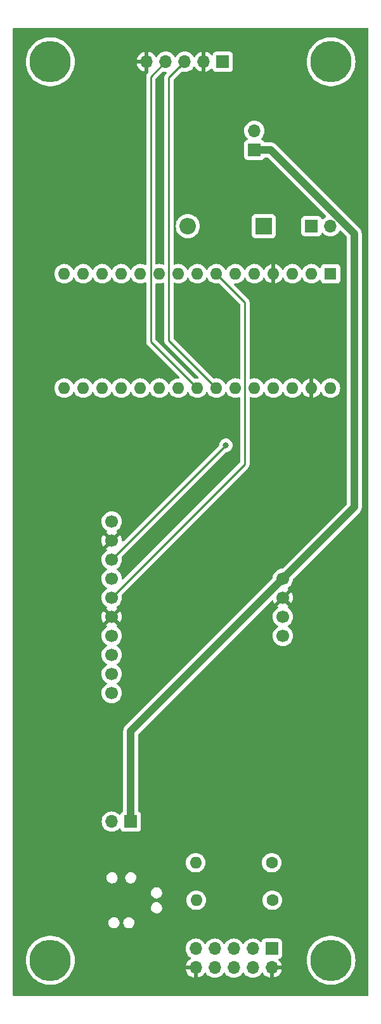
<source format=gbr>
%TF.GenerationSoftware,KiCad,Pcbnew,7.0.9*%
%TF.CreationDate,2025-03-02T20:15:32-05:00*%
%TF.ProjectId,Module_Nano_Pump,4d6f6475-6c65-45f4-9e61-6e6f5f50756d,rev?*%
%TF.SameCoordinates,Original*%
%TF.FileFunction,Copper,L2,Bot*%
%TF.FilePolarity,Positive*%
%FSLAX46Y46*%
G04 Gerber Fmt 4.6, Leading zero omitted, Abs format (unit mm)*
G04 Created by KiCad (PCBNEW 7.0.9) date 2025-03-02 20:15:32*
%MOMM*%
%LPD*%
G01*
G04 APERTURE LIST*
%TA.AperFunction,ComponentPad*%
%ADD10R,2.200000X2.200000*%
%TD*%
%TA.AperFunction,ComponentPad*%
%ADD11O,2.200000X2.200000*%
%TD*%
%TA.AperFunction,ComponentPad*%
%ADD12C,1.700000*%
%TD*%
%TA.AperFunction,ComponentPad*%
%ADD13C,5.500000*%
%TD*%
%TA.AperFunction,ComponentPad*%
%ADD14R,1.700000X1.700000*%
%TD*%
%TA.AperFunction,ComponentPad*%
%ADD15O,1.700000X1.700000*%
%TD*%
%TA.AperFunction,ComponentPad*%
%ADD16C,1.600000*%
%TD*%
%TA.AperFunction,ComponentPad*%
%ADD17O,1.600000X1.600000*%
%TD*%
%TA.AperFunction,ComponentPad*%
%ADD18R,1.600000X1.600000*%
%TD*%
%TA.AperFunction,ViaPad*%
%ADD19C,0.800000*%
%TD*%
%TA.AperFunction,Conductor*%
%ADD20C,0.250000*%
%TD*%
%TA.AperFunction,Conductor*%
%ADD21C,1.000000*%
%TD*%
G04 APERTURE END LIST*
D10*
%TO.P,D1,1,K*%
%TO.N,Net-(D1-K)*%
X66040000Y-57150000D03*
D11*
%TO.P,D1,2,A*%
%TO.N,5V*%
X55880000Y-57150000D03*
%TD*%
D12*
%TO.P,U1,1,VM*%
%TO.N,unconnected-(U1-VM-Pad1)*%
X45720000Y-96520000D03*
%TO.P,U1,2,GND*%
%TO.N,GND*%
X45720000Y-99060000D03*
%TO.P,U1,3,VCC*%
%TO.N,5V_NANO*%
X45720000Y-101600000D03*
%TO.P,U1,4,OCC*%
%TO.N,unconnected-(U1-OCC-Pad4)*%
X45720000Y-104140000D03*
%TO.P,U1,5,EN*%
%TO.N,EN*%
X45720000Y-106680000D03*
%TO.P,U1,6,ENB*%
%TO.N,GND*%
X45720000Y-109220000D03*
%TO.P,U1,7,PWM2*%
%TO.N,PWM2*%
X45720000Y-111760000D03*
%TO.P,U1,8,PWM1*%
%TO.N,PWM1*%
X45720000Y-114300000D03*
%TO.P,U1,9,OCM*%
%TO.N,unconnected-(U1-OCM-Pad9)*%
X45720000Y-116840000D03*
%TO.P,U1,10,OCM*%
%TO.N,unconnected-(U1-OCM-Pad10)*%
X45720000Y-119380000D03*
%TO.P,U1,11,VIN*%
%TO.N,5V*%
X68580000Y-104140000D03*
%TO.P,U1,12,GND*%
%TO.N,GND*%
X68580000Y-106680000D03*
%TO.P,U1,13,OUT2*%
%TO.N,unconnected-(U1-OUT2-Pad13)*%
X68580000Y-109220000D03*
%TO.P,U1,14,OUT1*%
%TO.N,unconnected-(U1-OUT1-Pad14)*%
X68580000Y-111760000D03*
%TD*%
D13*
%TO.P,H2,1*%
%TO.N,N/C*%
X75010000Y-35250000D03*
%TD*%
D14*
%TO.P,J2,1,Pin_1*%
%TO.N,SCL*%
X67090000Y-153460000D03*
D15*
%TO.P,J2,2,Pin_2*%
%TO.N,GND*%
X67090000Y-156000000D03*
%TO.P,J2,3,Pin_3*%
%TO.N,SDA*%
X64550000Y-153460000D03*
%TO.P,J2,4,Pin_4*%
%TO.N,unconnected-(J2-Pin_4-Pad4)*%
X64550000Y-156000000D03*
%TO.P,J2,5,Pin_5*%
%TO.N,unconnected-(J2-Pin_5-Pad5)*%
X62010000Y-153460000D03*
%TO.P,J2,6,Pin_6*%
%TO.N,unconnected-(J2-Pin_6-Pad6)*%
X62010000Y-156000000D03*
%TO.P,J2,7,Pin_7*%
%TO.N,unconnected-(J2-Pin_7-Pad7)*%
X59470000Y-153460000D03*
%TO.P,J2,8,Pin_8*%
%TO.N,unconnected-(J2-Pin_8-Pad8)*%
X59470000Y-156000000D03*
%TO.P,J2,9,Pin_9*%
%TO.N,unconnected-(J2-Pin_9-Pad9)*%
X56930000Y-153460000D03*
%TO.P,J2,10,Pin_10*%
%TO.N,GND*%
X56930000Y-156000000D03*
%TD*%
D14*
%TO.P,J4,1,Pin_1*%
%TO.N,5V_BUS*%
X60550000Y-35250000D03*
D15*
%TO.P,J4,2,Pin_2*%
%TO.N,GND*%
X58010000Y-35250000D03*
%TO.P,J4,3,Pin_3*%
%TO.N,SCL*%
X55470000Y-35250000D03*
%TO.P,J4,4,Pin_4*%
%TO.N,SDA*%
X52930000Y-35250000D03*
%TO.P,J4,5,Pin_5*%
%TO.N,GND*%
X50390000Y-35250000D03*
%TD*%
D14*
%TO.P,J1,1,Pin_1*%
%TO.N,Net-(D1-K)*%
X72390000Y-57150000D03*
D15*
%TO.P,J1,2,Pin_2*%
%TO.N,Net-(A1-VIN)*%
X74930000Y-57150000D03*
%TD*%
D13*
%TO.P,H1,1*%
%TO.N,N/C*%
X37510000Y-35250000D03*
%TD*%
D16*
%TO.P,R1,1*%
%TO.N,SDA*%
X67090000Y-142000000D03*
D17*
%TO.P,R1,2*%
%TO.N,5V*%
X56930000Y-142000000D03*
%TD*%
D13*
%TO.P,H3,1*%
%TO.N,N/C*%
X37510000Y-155000000D03*
%TD*%
D16*
%TO.P,R2,1*%
%TO.N,SCL*%
X67170000Y-147000000D03*
D17*
%TO.P,R2,2*%
%TO.N,5V*%
X57010000Y-147000000D03*
%TD*%
D13*
%TO.P,H4,1*%
%TO.N,N/C*%
X75010000Y-155000000D03*
%TD*%
D14*
%TO.P,J5,1,Pin_1*%
%TO.N,5V*%
X64770000Y-46990000D03*
D15*
%TO.P,J5,2,Pin_2*%
%TO.N,5V_BUS*%
X64770000Y-44450000D03*
%TD*%
D18*
%TO.P,A1,1,TX1*%
%TO.N,unconnected-(A1-TX1-Pad1)*%
X74930000Y-63500000D03*
D17*
%TO.P,A1,2,RX1*%
%TO.N,unconnected-(A1-RX1-Pad2)*%
X72390000Y-63500000D03*
%TO.P,A1,3,~{RESET}*%
%TO.N,unconnected-(A1-~{RESET}-Pad3)*%
X69850000Y-63500000D03*
%TO.P,A1,4,GND*%
%TO.N,GND*%
X67310000Y-63500000D03*
%TO.P,A1,5,D2*%
%TO.N,unconnected-(A1-D2-Pad5)*%
X64770000Y-63500000D03*
%TO.P,A1,6,D3*%
%TO.N,unconnected-(A1-D3-Pad6)*%
X62230000Y-63500000D03*
%TO.P,A1,7,D4*%
%TO.N,EN*%
X59690000Y-63500000D03*
%TO.P,A1,8,D5*%
%TO.N,PWM1*%
X57150000Y-63500000D03*
%TO.P,A1,9,D6*%
%TO.N,PWM2*%
X54610000Y-63500000D03*
%TO.P,A1,10,D7*%
%TO.N,unconnected-(A1-D7-Pad10)*%
X52070000Y-63500000D03*
%TO.P,A1,11,D8*%
%TO.N,unconnected-(A1-D8-Pad11)*%
X49530000Y-63500000D03*
%TO.P,A1,12,D9*%
%TO.N,unconnected-(A1-D9-Pad12)*%
X46990000Y-63500000D03*
%TO.P,A1,13,D10*%
%TO.N,unconnected-(A1-D10-Pad13)*%
X44450000Y-63500000D03*
%TO.P,A1,14,MOSI*%
%TO.N,unconnected-(A1-MOSI-Pad14)*%
X41910000Y-63500000D03*
%TO.P,A1,15,MISO*%
%TO.N,unconnected-(A1-MISO-Pad15)*%
X39370000Y-63500000D03*
%TO.P,A1,16,SCK*%
%TO.N,unconnected-(A1-SCK-Pad16)*%
X39370000Y-78740000D03*
%TO.P,A1,17,3V3*%
%TO.N,unconnected-(A1-3V3-Pad17)*%
X41910000Y-78740000D03*
%TO.P,A1,18,AREF*%
%TO.N,unconnected-(A1-AREF-Pad18)*%
X44450000Y-78740000D03*
%TO.P,A1,19,A0*%
%TO.N,unconnected-(A1-A0-Pad19)*%
X46990000Y-78740000D03*
%TO.P,A1,20,A1*%
%TO.N,unconnected-(A1-A1-Pad20)*%
X49530000Y-78740000D03*
%TO.P,A1,21,A2*%
%TO.N,unconnected-(A1-A2-Pad21)*%
X52070000Y-78740000D03*
%TO.P,A1,22,A3*%
%TO.N,unconnected-(A1-A3-Pad22)*%
X54610000Y-78740000D03*
%TO.P,A1,23,SDA/A4*%
%TO.N,SDA*%
X57150000Y-78740000D03*
%TO.P,A1,24,SCL/A5*%
%TO.N,SCL*%
X59690000Y-78740000D03*
%TO.P,A1,25,A6*%
%TO.N,unconnected-(A1-A6-Pad25)*%
X62230000Y-78740000D03*
%TO.P,A1,26,A7*%
%TO.N,unconnected-(A1-A7-Pad26)*%
X64770000Y-78740000D03*
%TO.P,A1,27,+5V*%
%TO.N,5V_NANO*%
X67310000Y-78740000D03*
%TO.P,A1,28,~{RESET}*%
%TO.N,unconnected-(A1-~{RESET}-Pad28)*%
X69850000Y-78740000D03*
%TO.P,A1,29,GND*%
%TO.N,GND*%
X72390000Y-78740000D03*
%TO.P,A1,30,VIN*%
%TO.N,Net-(A1-VIN)*%
X74930000Y-78740000D03*
%TD*%
D14*
%TO.P,J6,1,Pin_1*%
%TO.N,5V*%
X48265000Y-136525000D03*
D15*
%TO.P,J6,2,Pin_2*%
%TO.N,5V_BARREL*%
X45725000Y-136525000D03*
%TD*%
D19*
%TO.N,GND*%
X52070000Y-44450000D03*
X52070000Y-70485000D03*
X59690000Y-70485000D03*
%TO.N,5V_NANO*%
X60960000Y-86360000D03*
%TD*%
D20*
%TO.N,EN*%
X63500000Y-67310000D02*
X63500000Y-88900000D01*
X63500000Y-88900000D02*
X45720000Y-106680000D01*
X59690000Y-63500000D02*
X63500000Y-67310000D01*
%TO.N,SDA*%
X50945000Y-37235000D02*
X50945000Y-72535000D01*
X52930000Y-35250000D02*
X50945000Y-37235000D01*
X50945000Y-72535000D02*
X57150000Y-78740000D01*
%TO.N,SCL*%
X55470000Y-35250000D02*
X53340000Y-37380000D01*
X54745000Y-35975000D02*
X55470000Y-35250000D01*
X53340000Y-72390000D02*
X59690000Y-78740000D01*
X53340000Y-37380000D02*
X53340000Y-72390000D01*
%TO.N,5V_NANO*%
X60960000Y-86360000D02*
X45720000Y-101600000D01*
D21*
%TO.N,5V*%
X66962032Y-46990000D02*
X64770000Y-46990000D01*
X48265000Y-136525000D02*
X48265000Y-124455000D01*
X48265000Y-124455000D02*
X68580000Y-104140000D01*
X78105000Y-94615000D02*
X78105000Y-58132968D01*
X68580000Y-104140000D02*
X78105000Y-94615000D01*
X78105000Y-58132968D02*
X66962032Y-46990000D01*
%TD*%
%TA.AperFunction,Conductor*%
%TO.N,GND*%
G36*
X58487865Y-64043348D02*
G01*
X58532382Y-64094725D01*
X58559429Y-64152728D01*
X58559432Y-64152734D01*
X58689954Y-64339141D01*
X58850858Y-64500045D01*
X58850861Y-64500047D01*
X59037266Y-64630568D01*
X59243504Y-64726739D01*
X59463308Y-64785635D01*
X59620780Y-64799412D01*
X59689998Y-64805468D01*
X59690000Y-64805468D01*
X59690002Y-64805468D01*
X59759220Y-64799412D01*
X59916692Y-64785635D01*
X59985048Y-64767319D01*
X60054896Y-64768980D01*
X60104822Y-64799412D01*
X62838181Y-67532771D01*
X62871666Y-67594094D01*
X62874500Y-67620452D01*
X62874500Y-77410950D01*
X62854815Y-77477989D01*
X62802011Y-77523744D01*
X62732853Y-77533688D01*
X62698099Y-77523334D01*
X62676498Y-77513262D01*
X62676488Y-77513258D01*
X62456697Y-77454366D01*
X62456693Y-77454365D01*
X62456692Y-77454365D01*
X62456691Y-77454364D01*
X62456686Y-77454364D01*
X62230002Y-77434532D01*
X62229998Y-77434532D01*
X62003313Y-77454364D01*
X62003302Y-77454366D01*
X61783511Y-77513258D01*
X61783502Y-77513261D01*
X61577267Y-77609431D01*
X61577265Y-77609432D01*
X61390858Y-77739954D01*
X61229954Y-77900858D01*
X61099432Y-78087265D01*
X61099431Y-78087267D01*
X61072382Y-78145275D01*
X61026209Y-78197714D01*
X60959016Y-78216866D01*
X60892135Y-78196650D01*
X60847618Y-78145275D01*
X60820686Y-78087520D01*
X60820568Y-78087266D01*
X60690047Y-77900861D01*
X60690045Y-77900858D01*
X60529141Y-77739954D01*
X60342734Y-77609432D01*
X60342732Y-77609431D01*
X60136497Y-77513261D01*
X60136488Y-77513258D01*
X59916697Y-77454366D01*
X59916693Y-77454365D01*
X59916692Y-77454365D01*
X59916691Y-77454364D01*
X59916686Y-77454364D01*
X59690002Y-77434532D01*
X59689999Y-77434532D01*
X59463313Y-77454364D01*
X59463296Y-77454367D01*
X59394949Y-77472680D01*
X59325099Y-77471016D01*
X59275177Y-77440586D01*
X54001819Y-72167228D01*
X53968334Y-72105905D01*
X53965500Y-72079547D01*
X53965500Y-64829048D01*
X53985185Y-64762009D01*
X54037989Y-64716254D01*
X54107147Y-64706310D01*
X54141905Y-64716667D01*
X54163504Y-64726739D01*
X54383308Y-64785635D01*
X54540780Y-64799412D01*
X54609998Y-64805468D01*
X54610000Y-64805468D01*
X54610002Y-64805468D01*
X54679220Y-64799412D01*
X54836692Y-64785635D01*
X55056496Y-64726739D01*
X55262734Y-64630568D01*
X55449139Y-64500047D01*
X55610047Y-64339139D01*
X55740568Y-64152734D01*
X55767618Y-64094724D01*
X55813790Y-64042285D01*
X55880983Y-64023133D01*
X55947865Y-64043348D01*
X55992382Y-64094725D01*
X56019429Y-64152728D01*
X56019432Y-64152734D01*
X56149954Y-64339141D01*
X56310858Y-64500045D01*
X56310861Y-64500047D01*
X56497266Y-64630568D01*
X56703504Y-64726739D01*
X56923308Y-64785635D01*
X57080780Y-64799412D01*
X57149998Y-64805468D01*
X57150000Y-64805468D01*
X57150002Y-64805468D01*
X57219220Y-64799412D01*
X57376692Y-64785635D01*
X57596496Y-64726739D01*
X57802734Y-64630568D01*
X57989139Y-64500047D01*
X58150047Y-64339139D01*
X58280568Y-64152734D01*
X58307618Y-64094724D01*
X58353790Y-64042285D01*
X58420983Y-64023133D01*
X58487865Y-64043348D01*
G37*
%TD.AperFunction*%
%TA.AperFunction,Conductor*%
G36*
X52670954Y-64734691D02*
G01*
X52709195Y-64793167D01*
X52714500Y-64829048D01*
X52714500Y-72307255D01*
X52712775Y-72322872D01*
X52713061Y-72322899D01*
X52712326Y-72330665D01*
X52714500Y-72399814D01*
X52714500Y-72429343D01*
X52714501Y-72429360D01*
X52715368Y-72436231D01*
X52715826Y-72442050D01*
X52717290Y-72488624D01*
X52717291Y-72488627D01*
X52722880Y-72507867D01*
X52726824Y-72526911D01*
X52729086Y-72544814D01*
X52729336Y-72546791D01*
X52746490Y-72590119D01*
X52748382Y-72595647D01*
X52761382Y-72640390D01*
X52768755Y-72652858D01*
X52771580Y-72657634D01*
X52780138Y-72675103D01*
X52787514Y-72693732D01*
X52814898Y-72731423D01*
X52818106Y-72736307D01*
X52841827Y-72776416D01*
X52841833Y-72776424D01*
X52855990Y-72790580D01*
X52868628Y-72805376D01*
X52880405Y-72821586D01*
X52880406Y-72821587D01*
X52916309Y-72851288D01*
X52920620Y-72855210D01*
X57044940Y-76979531D01*
X57292590Y-77227181D01*
X57326075Y-77288504D01*
X57321091Y-77358196D01*
X57279219Y-77414129D01*
X57213755Y-77438546D01*
X57194102Y-77438390D01*
X57150002Y-77434532D01*
X57149999Y-77434532D01*
X56923313Y-77454364D01*
X56923296Y-77454367D01*
X56854949Y-77472680D01*
X56785099Y-77471016D01*
X56735177Y-77440586D01*
X51606819Y-72312228D01*
X51573334Y-72250905D01*
X51570500Y-72224547D01*
X51570500Y-64874136D01*
X51590185Y-64807097D01*
X51642989Y-64761342D01*
X51712147Y-64751398D01*
X51726582Y-64754358D01*
X51843308Y-64785635D01*
X52000780Y-64799412D01*
X52069998Y-64805468D01*
X52070000Y-64805468D01*
X52070002Y-64805468D01*
X52139220Y-64799412D01*
X52296692Y-64785635D01*
X52516496Y-64726739D01*
X52538093Y-64716667D01*
X52607169Y-64706173D01*
X52670954Y-64734691D01*
G37*
%TD.AperFunction*%
%TA.AperFunction,Conductor*%
G36*
X52594125Y-36558143D02*
G01*
X52628780Y-36567428D01*
X52694592Y-36585063D01*
X52871034Y-36600500D01*
X52929999Y-36605659D01*
X52930387Y-36605659D01*
X52930551Y-36605707D01*
X52935394Y-36606131D01*
X52935308Y-36607104D01*
X52997426Y-36625344D01*
X53043181Y-36678148D01*
X53053125Y-36747306D01*
X53024100Y-36810862D01*
X53018081Y-36817326D01*
X52970990Y-36864418D01*
X52956208Y-36879200D01*
X52943951Y-36889020D01*
X52944134Y-36889241D01*
X52938123Y-36894213D01*
X52890772Y-36944636D01*
X52869889Y-36965519D01*
X52869877Y-36965532D01*
X52865621Y-36971017D01*
X52861837Y-36975447D01*
X52829937Y-37009418D01*
X52829936Y-37009420D01*
X52820284Y-37026976D01*
X52809610Y-37043226D01*
X52797329Y-37059061D01*
X52797324Y-37059068D01*
X52778815Y-37101838D01*
X52776245Y-37107084D01*
X52753803Y-37147906D01*
X52748822Y-37167307D01*
X52742521Y-37185710D01*
X52734562Y-37204102D01*
X52734561Y-37204105D01*
X52727271Y-37250127D01*
X52726087Y-37255846D01*
X52714501Y-37300972D01*
X52714500Y-37300982D01*
X52714500Y-37321016D01*
X52712973Y-37340415D01*
X52709840Y-37360194D01*
X52709840Y-37360195D01*
X52714225Y-37406583D01*
X52714500Y-37412421D01*
X52714500Y-62170950D01*
X52694815Y-62237989D01*
X52642011Y-62283744D01*
X52572853Y-62293688D01*
X52538099Y-62283334D01*
X52516498Y-62273262D01*
X52516488Y-62273258D01*
X52296697Y-62214366D01*
X52296693Y-62214365D01*
X52296692Y-62214365D01*
X52296691Y-62214364D01*
X52296686Y-62214364D01*
X52070002Y-62194532D01*
X52069998Y-62194532D01*
X51843313Y-62214364D01*
X51843302Y-62214366D01*
X51726593Y-62245638D01*
X51656743Y-62243975D01*
X51598881Y-62204812D01*
X51571377Y-62140583D01*
X51570500Y-62125863D01*
X51570500Y-37545451D01*
X51590185Y-37478412D01*
X51606815Y-37457774D01*
X52474353Y-36590235D01*
X52535674Y-36556752D01*
X52594125Y-36558143D01*
G37*
%TD.AperFunction*%
%TA.AperFunction,Conductor*%
G36*
X79952539Y-30770185D02*
G01*
X79998294Y-30822989D01*
X80009500Y-30874500D01*
X80009500Y-159625500D01*
X79989815Y-159692539D01*
X79937011Y-159738294D01*
X79885500Y-159749500D01*
X32634500Y-159749500D01*
X32567461Y-159729815D01*
X32521706Y-159677011D01*
X32510500Y-159625500D01*
X32510500Y-155000002D01*
X34254726Y-155000002D01*
X34273808Y-155351954D01*
X34330833Y-155699793D01*
X34330834Y-155699796D01*
X34425126Y-156039408D01*
X34425127Y-156039410D01*
X34555588Y-156366844D01*
X34555597Y-156366862D01*
X34697536Y-156634587D01*
X34720695Y-156678269D01*
X34851642Y-156871402D01*
X34918498Y-156970006D01*
X34918505Y-156970016D01*
X35091801Y-157174035D01*
X35146686Y-157238650D01*
X35402580Y-157481046D01*
X35683182Y-157694354D01*
X35985202Y-157876074D01*
X35985206Y-157876075D01*
X35985210Y-157876078D01*
X36305088Y-158024070D01*
X36305092Y-158024070D01*
X36305099Y-158024074D01*
X36639122Y-158136619D01*
X36983355Y-158212391D01*
X37333763Y-158250500D01*
X37333769Y-158250500D01*
X37686231Y-158250500D01*
X37686237Y-158250500D01*
X38036645Y-158212391D01*
X38380878Y-158136619D01*
X38714901Y-158024074D01*
X38714908Y-158024070D01*
X38714911Y-158024070D01*
X39034789Y-157876078D01*
X39034798Y-157876074D01*
X39336818Y-157694354D01*
X39617420Y-157481046D01*
X39873314Y-157238650D01*
X40101501Y-156970008D01*
X40299305Y-156678269D01*
X40464407Y-156366854D01*
X40594871Y-156039414D01*
X40689168Y-155699788D01*
X40746191Y-155351957D01*
X40765274Y-155000000D01*
X40760412Y-154910337D01*
X40748086Y-154683002D01*
X40746191Y-154648043D01*
X40689168Y-154300212D01*
X40634195Y-154102217D01*
X40594873Y-153960591D01*
X40594872Y-153960589D01*
X40580159Y-153923663D01*
X40553058Y-153855645D01*
X40464411Y-153633155D01*
X40464402Y-153633137D01*
X40372611Y-153460000D01*
X55574341Y-153460000D01*
X55594936Y-153695403D01*
X55594938Y-153695413D01*
X55656094Y-153923655D01*
X55656096Y-153923659D01*
X55656097Y-153923663D01*
X55660000Y-153932032D01*
X55755965Y-154137830D01*
X55755967Y-154137834D01*
X55864281Y-154292521D01*
X55891501Y-154331396D01*
X55891506Y-154331402D01*
X56058597Y-154498493D01*
X56058603Y-154498498D01*
X56244594Y-154628730D01*
X56288219Y-154683307D01*
X56295413Y-154752805D01*
X56263890Y-154815160D01*
X56244595Y-154831880D01*
X56058922Y-154961890D01*
X56058920Y-154961891D01*
X55891891Y-155128920D01*
X55891886Y-155128926D01*
X55756400Y-155322420D01*
X55756399Y-155322422D01*
X55656570Y-155536507D01*
X55656567Y-155536513D01*
X55599364Y-155749999D01*
X55599364Y-155750000D01*
X56496314Y-155750000D01*
X56470507Y-155790156D01*
X56430000Y-155928111D01*
X56430000Y-156071889D01*
X56470507Y-156209844D01*
X56496314Y-156250000D01*
X55599364Y-156250000D01*
X55656567Y-156463486D01*
X55656570Y-156463492D01*
X55756399Y-156677578D01*
X55891894Y-156871082D01*
X56058917Y-157038105D01*
X56252421Y-157173600D01*
X56466507Y-157273429D01*
X56466516Y-157273433D01*
X56680000Y-157330634D01*
X56680000Y-156435501D01*
X56787685Y-156484680D01*
X56894237Y-156500000D01*
X56965763Y-156500000D01*
X57072315Y-156484680D01*
X57180000Y-156435501D01*
X57180000Y-157330633D01*
X57393483Y-157273433D01*
X57393492Y-157273429D01*
X57607578Y-157173600D01*
X57801082Y-157038105D01*
X57968105Y-156871082D01*
X58098119Y-156685405D01*
X58152696Y-156641781D01*
X58222195Y-156634588D01*
X58284549Y-156666110D01*
X58301269Y-156685405D01*
X58431505Y-156871401D01*
X58598599Y-157038495D01*
X58695384Y-157106265D01*
X58792165Y-157174032D01*
X58792167Y-157174033D01*
X58792170Y-157174035D01*
X59006337Y-157273903D01*
X59234592Y-157335063D01*
X59422918Y-157351539D01*
X59469999Y-157355659D01*
X59470000Y-157355659D01*
X59470001Y-157355659D01*
X59509234Y-157352226D01*
X59705408Y-157335063D01*
X59933663Y-157273903D01*
X60147830Y-157174035D01*
X60341401Y-157038495D01*
X60508495Y-156871401D01*
X60638425Y-156685842D01*
X60693002Y-156642217D01*
X60762500Y-156635023D01*
X60824855Y-156666546D01*
X60841575Y-156685842D01*
X60971281Y-156871082D01*
X60971505Y-156871401D01*
X61138599Y-157038495D01*
X61235384Y-157106265D01*
X61332165Y-157174032D01*
X61332167Y-157174033D01*
X61332170Y-157174035D01*
X61546337Y-157273903D01*
X61774592Y-157335063D01*
X61962918Y-157351539D01*
X62009999Y-157355659D01*
X62010000Y-157355659D01*
X62010001Y-157355659D01*
X62049234Y-157352226D01*
X62245408Y-157335063D01*
X62473663Y-157273903D01*
X62687830Y-157174035D01*
X62881401Y-157038495D01*
X63048495Y-156871401D01*
X63178425Y-156685842D01*
X63233002Y-156642217D01*
X63302500Y-156635023D01*
X63364855Y-156666546D01*
X63381575Y-156685842D01*
X63511281Y-156871082D01*
X63511505Y-156871401D01*
X63678599Y-157038495D01*
X63775384Y-157106265D01*
X63872165Y-157174032D01*
X63872167Y-157174033D01*
X63872170Y-157174035D01*
X64086337Y-157273903D01*
X64314592Y-157335063D01*
X64502918Y-157351539D01*
X64549999Y-157355659D01*
X64550000Y-157355659D01*
X64550001Y-157355659D01*
X64589234Y-157352226D01*
X64785408Y-157335063D01*
X65013663Y-157273903D01*
X65227830Y-157174035D01*
X65421401Y-157038495D01*
X65588495Y-156871401D01*
X65718730Y-156685405D01*
X65773307Y-156641781D01*
X65842805Y-156634587D01*
X65905160Y-156666110D01*
X65921879Y-156685405D01*
X66051890Y-156871078D01*
X66218917Y-157038105D01*
X66412421Y-157173600D01*
X66626507Y-157273429D01*
X66626516Y-157273433D01*
X66840000Y-157330634D01*
X66840000Y-156435501D01*
X66947685Y-156484680D01*
X67054237Y-156500000D01*
X67125763Y-156500000D01*
X67232315Y-156484680D01*
X67340000Y-156435501D01*
X67340000Y-157330633D01*
X67553483Y-157273433D01*
X67553492Y-157273429D01*
X67767578Y-157173600D01*
X67961082Y-157038105D01*
X68128105Y-156871082D01*
X68263600Y-156677578D01*
X68363429Y-156463492D01*
X68363432Y-156463486D01*
X68420636Y-156250000D01*
X67523686Y-156250000D01*
X67549493Y-156209844D01*
X67590000Y-156071889D01*
X67590000Y-155928111D01*
X67549493Y-155790156D01*
X67523686Y-155750000D01*
X68420636Y-155750000D01*
X68420635Y-155749999D01*
X68363432Y-155536513D01*
X68363429Y-155536507D01*
X68263600Y-155322422D01*
X68263599Y-155322420D01*
X68128113Y-155128926D01*
X68128108Y-155128920D01*
X68006053Y-155006865D01*
X68002306Y-155000002D01*
X71754726Y-155000002D01*
X71773808Y-155351954D01*
X71830833Y-155699793D01*
X71830834Y-155699796D01*
X71925126Y-156039408D01*
X71925127Y-156039410D01*
X72055588Y-156366844D01*
X72055597Y-156366862D01*
X72197536Y-156634587D01*
X72220695Y-156678269D01*
X72351642Y-156871402D01*
X72418498Y-156970006D01*
X72418505Y-156970016D01*
X72591801Y-157174035D01*
X72646686Y-157238650D01*
X72902580Y-157481046D01*
X73183182Y-157694354D01*
X73485202Y-157876074D01*
X73485206Y-157876075D01*
X73485210Y-157876078D01*
X73805088Y-158024070D01*
X73805092Y-158024070D01*
X73805099Y-158024074D01*
X74139122Y-158136619D01*
X74483355Y-158212391D01*
X74833763Y-158250500D01*
X74833769Y-158250500D01*
X75186231Y-158250500D01*
X75186237Y-158250500D01*
X75536645Y-158212391D01*
X75880878Y-158136619D01*
X76214901Y-158024074D01*
X76214908Y-158024070D01*
X76214911Y-158024070D01*
X76534789Y-157876078D01*
X76534798Y-157876074D01*
X76836818Y-157694354D01*
X77117420Y-157481046D01*
X77373314Y-157238650D01*
X77601501Y-156970008D01*
X77799305Y-156678269D01*
X77964407Y-156366854D01*
X78094871Y-156039414D01*
X78189168Y-155699788D01*
X78246191Y-155351957D01*
X78265274Y-155000000D01*
X78260412Y-154910337D01*
X78248086Y-154683002D01*
X78246191Y-154648043D01*
X78189168Y-154300212D01*
X78134195Y-154102217D01*
X78094873Y-153960591D01*
X78094872Y-153960589D01*
X78080159Y-153923663D01*
X78053058Y-153855645D01*
X77964411Y-153633155D01*
X77964402Y-153633137D01*
X77799305Y-153321731D01*
X77601501Y-153029992D01*
X77601497Y-153029987D01*
X77601494Y-153029983D01*
X77373314Y-152761350D01*
X77190943Y-152588599D01*
X77117420Y-152518954D01*
X77117413Y-152518948D01*
X77117410Y-152518946D01*
X76952791Y-152393806D01*
X76836818Y-152305646D01*
X76836815Y-152305644D01*
X76534802Y-152123928D01*
X76534789Y-152123921D01*
X76214911Y-151975929D01*
X76214906Y-151975928D01*
X76214903Y-151975927D01*
X76214901Y-151975926D01*
X76108432Y-151940052D01*
X75880880Y-151863381D01*
X75536643Y-151787608D01*
X75186238Y-151749500D01*
X75186237Y-151749500D01*
X74833763Y-151749500D01*
X74833761Y-151749500D01*
X74483356Y-151787608D01*
X74139119Y-151863381D01*
X73805093Y-151975928D01*
X73805088Y-151975929D01*
X73485210Y-152123921D01*
X73485197Y-152123928D01*
X73183184Y-152305644D01*
X72902589Y-152518946D01*
X72902580Y-152518954D01*
X72646685Y-152761350D01*
X72418505Y-153029983D01*
X72418498Y-153029993D01*
X72220695Y-153321730D01*
X72055597Y-153633137D01*
X72055588Y-153633155D01*
X71925127Y-153960589D01*
X71925126Y-153960591D01*
X71830834Y-154300203D01*
X71830833Y-154300206D01*
X71773808Y-154648045D01*
X71754726Y-154999997D01*
X71754726Y-155000002D01*
X68002306Y-155000002D01*
X67972568Y-154945542D01*
X67977552Y-154875850D01*
X68019424Y-154819917D01*
X68050400Y-154803002D01*
X68182331Y-154753796D01*
X68297546Y-154667546D01*
X68383796Y-154552331D01*
X68434091Y-154417483D01*
X68440500Y-154357873D01*
X68440499Y-152562128D01*
X68434091Y-152502517D01*
X68432810Y-152499083D01*
X68383797Y-152367671D01*
X68383793Y-152367664D01*
X68297547Y-152252455D01*
X68297544Y-152252452D01*
X68182335Y-152166206D01*
X68182328Y-152166202D01*
X68047482Y-152115908D01*
X68047483Y-152115908D01*
X67987883Y-152109501D01*
X67987881Y-152109500D01*
X67987873Y-152109500D01*
X67987864Y-152109500D01*
X66192129Y-152109500D01*
X66192123Y-152109501D01*
X66132516Y-152115908D01*
X65997671Y-152166202D01*
X65997664Y-152166206D01*
X65882455Y-152252452D01*
X65882452Y-152252455D01*
X65796206Y-152367664D01*
X65796203Y-152367669D01*
X65747189Y-152499083D01*
X65705317Y-152555016D01*
X65639853Y-152579433D01*
X65571580Y-152564581D01*
X65543326Y-152543430D01*
X65421402Y-152421506D01*
X65421395Y-152421501D01*
X65227834Y-152285967D01*
X65227830Y-152285965D01*
X65227828Y-152285964D01*
X65013663Y-152186097D01*
X65013659Y-152186096D01*
X65013655Y-152186094D01*
X64785413Y-152124938D01*
X64785403Y-152124936D01*
X64550001Y-152104341D01*
X64549999Y-152104341D01*
X64314596Y-152124936D01*
X64314586Y-152124938D01*
X64086344Y-152186094D01*
X64086335Y-152186098D01*
X63872171Y-152285964D01*
X63872169Y-152285965D01*
X63678597Y-152421505D01*
X63511505Y-152588597D01*
X63381575Y-152774158D01*
X63326998Y-152817783D01*
X63257500Y-152824977D01*
X63195145Y-152793454D01*
X63178425Y-152774158D01*
X63048494Y-152588597D01*
X62881402Y-152421506D01*
X62881395Y-152421501D01*
X62687834Y-152285967D01*
X62687830Y-152285965D01*
X62687828Y-152285964D01*
X62473663Y-152186097D01*
X62473659Y-152186096D01*
X62473655Y-152186094D01*
X62245413Y-152124938D01*
X62245403Y-152124936D01*
X62010001Y-152104341D01*
X62009999Y-152104341D01*
X61774596Y-152124936D01*
X61774586Y-152124938D01*
X61546344Y-152186094D01*
X61546335Y-152186098D01*
X61332171Y-152285964D01*
X61332169Y-152285965D01*
X61138597Y-152421505D01*
X60971505Y-152588597D01*
X60841575Y-152774158D01*
X60786998Y-152817783D01*
X60717500Y-152824977D01*
X60655145Y-152793454D01*
X60638425Y-152774158D01*
X60508494Y-152588597D01*
X60341402Y-152421506D01*
X60341395Y-152421501D01*
X60147834Y-152285967D01*
X60147830Y-152285965D01*
X60147828Y-152285964D01*
X59933663Y-152186097D01*
X59933659Y-152186096D01*
X59933655Y-152186094D01*
X59705413Y-152124938D01*
X59705403Y-152124936D01*
X59470001Y-152104341D01*
X59469999Y-152104341D01*
X59234596Y-152124936D01*
X59234586Y-152124938D01*
X59006344Y-152186094D01*
X59006335Y-152186098D01*
X58792171Y-152285964D01*
X58792169Y-152285965D01*
X58598597Y-152421505D01*
X58431505Y-152588597D01*
X58301575Y-152774158D01*
X58246998Y-152817783D01*
X58177500Y-152824977D01*
X58115145Y-152793454D01*
X58098425Y-152774158D01*
X57968494Y-152588597D01*
X57801402Y-152421506D01*
X57801395Y-152421501D01*
X57607834Y-152285967D01*
X57607830Y-152285965D01*
X57607828Y-152285964D01*
X57393663Y-152186097D01*
X57393659Y-152186096D01*
X57393655Y-152186094D01*
X57165413Y-152124938D01*
X57165403Y-152124936D01*
X56930001Y-152104341D01*
X56929999Y-152104341D01*
X56694596Y-152124936D01*
X56694586Y-152124938D01*
X56466344Y-152186094D01*
X56466335Y-152186098D01*
X56252171Y-152285964D01*
X56252169Y-152285965D01*
X56058597Y-152421505D01*
X55891505Y-152588597D01*
X55755965Y-152782169D01*
X55755964Y-152782171D01*
X55656098Y-152996335D01*
X55656094Y-152996344D01*
X55594938Y-153224586D01*
X55594936Y-153224596D01*
X55574341Y-153459999D01*
X55574341Y-153460000D01*
X40372611Y-153460000D01*
X40299305Y-153321731D01*
X40101501Y-153029992D01*
X40101497Y-153029987D01*
X40101494Y-153029983D01*
X39873314Y-152761350D01*
X39690943Y-152588599D01*
X39617420Y-152518954D01*
X39617413Y-152518948D01*
X39617410Y-152518946D01*
X39452791Y-152393806D01*
X39336818Y-152305646D01*
X39336815Y-152305644D01*
X39034802Y-152123928D01*
X39034789Y-152123921D01*
X38714911Y-151975929D01*
X38714906Y-151975928D01*
X38714903Y-151975927D01*
X38714901Y-151975926D01*
X38608432Y-151940052D01*
X38380880Y-151863381D01*
X38036643Y-151787608D01*
X37686238Y-151749500D01*
X37686237Y-151749500D01*
X37333763Y-151749500D01*
X37333761Y-151749500D01*
X36983356Y-151787608D01*
X36639119Y-151863381D01*
X36305093Y-151975928D01*
X36305088Y-151975929D01*
X35985210Y-152123921D01*
X35985197Y-152123928D01*
X35683184Y-152305644D01*
X35402589Y-152518946D01*
X35402580Y-152518954D01*
X35146685Y-152761350D01*
X34918505Y-153029983D01*
X34918498Y-153029993D01*
X34720695Y-153321730D01*
X34555597Y-153633137D01*
X34555588Y-153633155D01*
X34425127Y-153960589D01*
X34425126Y-153960591D01*
X34330834Y-154300203D01*
X34330833Y-154300206D01*
X34273808Y-154648045D01*
X34254726Y-154999997D01*
X34254726Y-155000002D01*
X32510500Y-155000002D01*
X32510500Y-150048360D01*
X45257093Y-150048360D01*
X45287368Y-150220054D01*
X45356421Y-150380138D01*
X45356422Y-150380140D01*
X45356424Y-150380143D01*
X45410732Y-150453090D01*
X45460532Y-150519983D01*
X45594086Y-150632049D01*
X45749885Y-150710294D01*
X45919529Y-150750500D01*
X45919531Y-150750500D01*
X46050129Y-150750500D01*
X46050136Y-150750500D01*
X46179864Y-150735337D01*
X46343693Y-150675708D01*
X46489354Y-150579905D01*
X46608996Y-150453093D01*
X46696167Y-150302107D01*
X46746169Y-150135088D01*
X46746932Y-150121988D01*
X46770482Y-150056208D01*
X46825857Y-150013601D01*
X46870722Y-150005200D01*
X47152035Y-150005200D01*
X47219074Y-150024885D01*
X47264829Y-150077689D01*
X47274151Y-150107668D01*
X47293966Y-150220047D01*
X47293967Y-150220049D01*
X47293968Y-150220054D01*
X47363021Y-150380138D01*
X47363022Y-150380140D01*
X47363024Y-150380143D01*
X47417332Y-150453090D01*
X47467132Y-150519983D01*
X47600686Y-150632049D01*
X47756485Y-150710294D01*
X47926129Y-150750500D01*
X47926131Y-150750500D01*
X48056729Y-150750500D01*
X48056736Y-150750500D01*
X48186464Y-150735337D01*
X48350293Y-150675708D01*
X48495954Y-150579905D01*
X48615596Y-150453093D01*
X48702767Y-150302107D01*
X48752769Y-150135088D01*
X48762907Y-149961040D01*
X48732632Y-149789346D01*
X48663579Y-149629262D01*
X48559468Y-149489417D01*
X48425914Y-149377351D01*
X48338980Y-149333691D01*
X48270118Y-149299107D01*
X48270116Y-149299106D01*
X48270115Y-149299106D01*
X48100471Y-149258900D01*
X47969864Y-149258900D01*
X47856352Y-149272167D01*
X47840135Y-149274063D01*
X47840132Y-149274064D01*
X47676308Y-149333691D01*
X47676304Y-149333693D01*
X47530648Y-149429492D01*
X47530647Y-149429493D01*
X47411006Y-149556303D01*
X47411003Y-149556309D01*
X47323834Y-149707290D01*
X47273830Y-149874313D01*
X47273068Y-149887411D01*
X47249518Y-149953192D01*
X47194143Y-149995799D01*
X47149278Y-150004200D01*
X46867965Y-150004200D01*
X46800926Y-149984515D01*
X46755171Y-149931711D01*
X46745849Y-149901732D01*
X46726033Y-149789352D01*
X46726032Y-149789346D01*
X46656979Y-149629262D01*
X46552868Y-149489417D01*
X46419314Y-149377351D01*
X46332380Y-149333691D01*
X46263518Y-149299107D01*
X46263516Y-149299106D01*
X46263515Y-149299106D01*
X46093871Y-149258900D01*
X45963264Y-149258900D01*
X45849752Y-149272167D01*
X45833535Y-149274063D01*
X45833532Y-149274064D01*
X45669708Y-149333691D01*
X45669704Y-149333693D01*
X45524048Y-149429492D01*
X45524047Y-149429493D01*
X45404406Y-149556303D01*
X45404403Y-149556309D01*
X45317234Y-149707290D01*
X45267231Y-149874310D01*
X45267230Y-149874316D01*
X45258460Y-150024885D01*
X45257093Y-150048360D01*
X32510500Y-150048360D01*
X32510500Y-148054460D01*
X50959393Y-148054460D01*
X50989668Y-148226154D01*
X51058721Y-148386238D01*
X51058722Y-148386240D01*
X51058724Y-148386243D01*
X51113032Y-148459190D01*
X51162832Y-148526083D01*
X51296386Y-148638149D01*
X51452185Y-148716394D01*
X51621829Y-148756600D01*
X51621831Y-148756600D01*
X51752429Y-148756600D01*
X51752436Y-148756600D01*
X51882164Y-148741437D01*
X52045993Y-148681808D01*
X52191654Y-148586005D01*
X52311296Y-148459193D01*
X52398467Y-148308207D01*
X52448469Y-148141188D01*
X52458607Y-147967140D01*
X52428332Y-147795446D01*
X52359279Y-147635362D01*
X52255168Y-147495517D01*
X52121614Y-147383451D01*
X52034680Y-147339791D01*
X51965818Y-147305207D01*
X51965816Y-147305206D01*
X51965815Y-147305206D01*
X51804903Y-147267069D01*
X51744211Y-147232455D01*
X51711867Y-147170523D01*
X51709500Y-147146412D01*
X51709500Y-147000001D01*
X55704532Y-147000001D01*
X55724364Y-147226686D01*
X55724366Y-147226697D01*
X55783258Y-147446488D01*
X55783261Y-147446497D01*
X55879431Y-147652732D01*
X55879432Y-147652734D01*
X56009954Y-147839141D01*
X56170858Y-148000045D01*
X56170861Y-148000047D01*
X56357266Y-148130568D01*
X56563504Y-148226739D01*
X56783308Y-148285635D01*
X56945230Y-148299801D01*
X57009998Y-148305468D01*
X57010000Y-148305468D01*
X57010002Y-148305468D01*
X57066673Y-148300509D01*
X57236692Y-148285635D01*
X57456496Y-148226739D01*
X57662734Y-148130568D01*
X57849139Y-148000047D01*
X58010047Y-147839139D01*
X58140568Y-147652734D01*
X58236739Y-147446496D01*
X58295635Y-147226692D01*
X58315468Y-147000001D01*
X65864532Y-147000001D01*
X65884364Y-147226686D01*
X65884366Y-147226697D01*
X65943258Y-147446488D01*
X65943261Y-147446497D01*
X66039431Y-147652732D01*
X66039432Y-147652734D01*
X66169954Y-147839141D01*
X66330858Y-148000045D01*
X66330861Y-148000047D01*
X66517266Y-148130568D01*
X66723504Y-148226739D01*
X66943308Y-148285635D01*
X67105230Y-148299801D01*
X67169998Y-148305468D01*
X67170000Y-148305468D01*
X67170002Y-148305468D01*
X67226673Y-148300509D01*
X67396692Y-148285635D01*
X67616496Y-148226739D01*
X67822734Y-148130568D01*
X68009139Y-148000047D01*
X68170047Y-147839139D01*
X68300568Y-147652734D01*
X68396739Y-147446496D01*
X68455635Y-147226692D01*
X68475468Y-147000000D01*
X68455635Y-146773308D01*
X68396739Y-146553504D01*
X68300568Y-146347266D01*
X68170047Y-146160861D01*
X68170045Y-146160858D01*
X68009141Y-145999954D01*
X67822734Y-145869432D01*
X67822732Y-145869431D01*
X67616497Y-145773261D01*
X67616488Y-145773258D01*
X67396697Y-145714366D01*
X67396693Y-145714365D01*
X67396692Y-145714365D01*
X67396691Y-145714364D01*
X67396686Y-145714364D01*
X67170002Y-145694532D01*
X67169998Y-145694532D01*
X66943313Y-145714364D01*
X66943302Y-145714366D01*
X66723511Y-145773258D01*
X66723502Y-145773261D01*
X66517267Y-145869431D01*
X66517265Y-145869432D01*
X66330858Y-145999954D01*
X66169954Y-146160858D01*
X66039432Y-146347265D01*
X66039431Y-146347267D01*
X65943261Y-146553502D01*
X65943258Y-146553511D01*
X65884366Y-146773302D01*
X65884364Y-146773313D01*
X65864532Y-146999998D01*
X65864532Y-147000001D01*
X58315468Y-147000001D01*
X58315468Y-147000000D01*
X58295635Y-146773308D01*
X58236739Y-146553504D01*
X58140568Y-146347266D01*
X58010047Y-146160861D01*
X58010045Y-146160858D01*
X57849141Y-145999954D01*
X57662734Y-145869432D01*
X57662732Y-145869431D01*
X57456497Y-145773261D01*
X57456488Y-145773258D01*
X57236697Y-145714366D01*
X57236693Y-145714365D01*
X57236692Y-145714365D01*
X57236691Y-145714364D01*
X57236686Y-145714364D01*
X57010002Y-145694532D01*
X57009998Y-145694532D01*
X56783313Y-145714364D01*
X56783302Y-145714366D01*
X56563511Y-145773258D01*
X56563502Y-145773261D01*
X56357267Y-145869431D01*
X56357265Y-145869432D01*
X56170858Y-145999954D01*
X56009954Y-146160858D01*
X55879432Y-146347265D01*
X55879431Y-146347267D01*
X55783261Y-146553502D01*
X55783258Y-146553511D01*
X55724366Y-146773302D01*
X55724364Y-146773313D01*
X55704532Y-146999998D01*
X55704532Y-147000001D01*
X51709500Y-147000001D01*
X51709500Y-146865368D01*
X51729185Y-146798329D01*
X51781989Y-146752574D01*
X51819097Y-146742208D01*
X51882164Y-146734837D01*
X52045993Y-146675208D01*
X52191654Y-146579405D01*
X52311296Y-146452593D01*
X52398467Y-146301607D01*
X52448469Y-146134588D01*
X52458607Y-145960540D01*
X52428332Y-145788846D01*
X52359279Y-145628762D01*
X52255168Y-145488917D01*
X52121614Y-145376851D01*
X52034680Y-145333191D01*
X51965818Y-145298607D01*
X51965816Y-145298606D01*
X51965815Y-145298606D01*
X51796171Y-145258400D01*
X51665564Y-145258400D01*
X51552052Y-145271667D01*
X51535835Y-145273563D01*
X51535832Y-145273564D01*
X51372008Y-145333191D01*
X51372004Y-145333193D01*
X51226348Y-145428992D01*
X51226347Y-145428993D01*
X51106706Y-145555803D01*
X51106703Y-145555809D01*
X51019534Y-145706790D01*
X50969531Y-145873810D01*
X50969530Y-145873816D01*
X50962183Y-145999954D01*
X50959393Y-146047860D01*
X50989668Y-146219554D01*
X51058721Y-146379638D01*
X51058722Y-146379640D01*
X51058724Y-146379643D01*
X51113032Y-146452590D01*
X51162832Y-146519483D01*
X51296386Y-146631549D01*
X51452185Y-146709794D01*
X51613099Y-146747931D01*
X51673789Y-146782543D01*
X51706133Y-146844475D01*
X51708500Y-146868587D01*
X51708500Y-147149631D01*
X51688815Y-147216670D01*
X51636011Y-147262425D01*
X51598898Y-147272792D01*
X51547297Y-147278823D01*
X51535835Y-147280163D01*
X51535832Y-147280164D01*
X51372008Y-147339791D01*
X51372004Y-147339793D01*
X51226348Y-147435592D01*
X51226347Y-147435593D01*
X51106706Y-147562403D01*
X51106703Y-147562409D01*
X51019534Y-147713390D01*
X50969531Y-147880410D01*
X50969530Y-147880416D01*
X50962562Y-148000047D01*
X50959393Y-148054460D01*
X32510500Y-148054460D01*
X32510500Y-144053960D01*
X45003104Y-144053960D01*
X45033379Y-144225654D01*
X45102432Y-144385738D01*
X45102433Y-144385740D01*
X45102435Y-144385743D01*
X45156743Y-144458690D01*
X45206543Y-144525583D01*
X45340097Y-144637649D01*
X45495896Y-144715894D01*
X45665540Y-144756100D01*
X45665542Y-144756100D01*
X45796140Y-144756100D01*
X45796147Y-144756100D01*
X45925875Y-144740937D01*
X46089704Y-144681308D01*
X46235365Y-144585505D01*
X46355007Y-144458693D01*
X46442178Y-144307707D01*
X46492180Y-144140688D01*
X46492943Y-144127588D01*
X46516493Y-144061808D01*
X46571868Y-144019201D01*
X46616733Y-144010800D01*
X47406046Y-144010800D01*
X47473085Y-144030485D01*
X47518840Y-144083289D01*
X47528162Y-144113268D01*
X47547977Y-144225647D01*
X47547978Y-144225649D01*
X47547979Y-144225654D01*
X47617032Y-144385738D01*
X47617033Y-144385740D01*
X47617035Y-144385743D01*
X47671343Y-144458690D01*
X47721143Y-144525583D01*
X47854697Y-144637649D01*
X48010496Y-144715894D01*
X48180140Y-144756100D01*
X48180142Y-144756100D01*
X48310740Y-144756100D01*
X48310747Y-144756100D01*
X48440475Y-144740937D01*
X48604304Y-144681308D01*
X48749965Y-144585505D01*
X48869607Y-144458693D01*
X48956778Y-144307707D01*
X49006780Y-144140688D01*
X49016918Y-143966640D01*
X48986643Y-143794946D01*
X48917590Y-143634862D01*
X48813479Y-143495017D01*
X48679925Y-143382951D01*
X48592991Y-143339291D01*
X48524129Y-143304707D01*
X48524127Y-143304706D01*
X48524126Y-143304706D01*
X48354482Y-143264500D01*
X48223875Y-143264500D01*
X48110363Y-143277767D01*
X48094146Y-143279663D01*
X48094143Y-143279664D01*
X47930319Y-143339291D01*
X47930315Y-143339293D01*
X47784659Y-143435092D01*
X47784658Y-143435093D01*
X47665017Y-143561903D01*
X47665014Y-143561909D01*
X47577845Y-143712890D01*
X47527841Y-143879913D01*
X47527079Y-143893011D01*
X47503529Y-143958792D01*
X47448154Y-144001399D01*
X47403289Y-144009800D01*
X46613976Y-144009800D01*
X46546937Y-143990115D01*
X46501182Y-143937311D01*
X46491860Y-143907332D01*
X46472044Y-143794952D01*
X46472043Y-143794946D01*
X46402990Y-143634862D01*
X46298879Y-143495017D01*
X46165325Y-143382951D01*
X46078391Y-143339291D01*
X46009529Y-143304707D01*
X46009527Y-143304706D01*
X46009526Y-143304706D01*
X45839882Y-143264500D01*
X45709275Y-143264500D01*
X45595763Y-143277767D01*
X45579546Y-143279663D01*
X45579543Y-143279664D01*
X45415719Y-143339291D01*
X45415715Y-143339293D01*
X45270059Y-143435092D01*
X45270058Y-143435093D01*
X45150417Y-143561903D01*
X45150414Y-143561909D01*
X45063245Y-143712890D01*
X45013242Y-143879910D01*
X45013241Y-143879916D01*
X45004471Y-144030485D01*
X45003104Y-144053960D01*
X32510500Y-144053960D01*
X32510500Y-142000001D01*
X55624532Y-142000001D01*
X55644364Y-142226686D01*
X55644366Y-142226697D01*
X55703258Y-142446488D01*
X55703261Y-142446497D01*
X55799431Y-142652732D01*
X55799432Y-142652734D01*
X55929954Y-142839141D01*
X56090858Y-143000045D01*
X56090861Y-143000047D01*
X56277266Y-143130568D01*
X56483504Y-143226739D01*
X56703308Y-143285635D01*
X56865230Y-143299801D01*
X56929998Y-143305468D01*
X56930000Y-143305468D01*
X56930002Y-143305468D01*
X56986673Y-143300509D01*
X57156692Y-143285635D01*
X57376496Y-143226739D01*
X57582734Y-143130568D01*
X57769139Y-143000047D01*
X57930047Y-142839139D01*
X58060568Y-142652734D01*
X58156739Y-142446496D01*
X58215635Y-142226692D01*
X58235468Y-142000001D01*
X65784532Y-142000001D01*
X65804364Y-142226686D01*
X65804366Y-142226697D01*
X65863258Y-142446488D01*
X65863261Y-142446497D01*
X65959431Y-142652732D01*
X65959432Y-142652734D01*
X66089954Y-142839141D01*
X66250858Y-143000045D01*
X66250861Y-143000047D01*
X66437266Y-143130568D01*
X66643504Y-143226739D01*
X66863308Y-143285635D01*
X67025230Y-143299801D01*
X67089998Y-143305468D01*
X67090000Y-143305468D01*
X67090002Y-143305468D01*
X67146673Y-143300509D01*
X67316692Y-143285635D01*
X67536496Y-143226739D01*
X67742734Y-143130568D01*
X67929139Y-143000047D01*
X68090047Y-142839139D01*
X68220568Y-142652734D01*
X68316739Y-142446496D01*
X68375635Y-142226692D01*
X68395468Y-142000000D01*
X68375635Y-141773308D01*
X68316739Y-141553504D01*
X68220568Y-141347266D01*
X68090047Y-141160861D01*
X68090045Y-141160858D01*
X67929141Y-140999954D01*
X67742734Y-140869432D01*
X67742732Y-140869431D01*
X67536497Y-140773261D01*
X67536488Y-140773258D01*
X67316697Y-140714366D01*
X67316693Y-140714365D01*
X67316692Y-140714365D01*
X67316691Y-140714364D01*
X67316686Y-140714364D01*
X67090002Y-140694532D01*
X67089998Y-140694532D01*
X66863313Y-140714364D01*
X66863302Y-140714366D01*
X66643511Y-140773258D01*
X66643502Y-140773261D01*
X66437267Y-140869431D01*
X66437265Y-140869432D01*
X66250858Y-140999954D01*
X66089954Y-141160858D01*
X65959432Y-141347265D01*
X65959431Y-141347267D01*
X65863261Y-141553502D01*
X65863258Y-141553511D01*
X65804366Y-141773302D01*
X65804364Y-141773313D01*
X65784532Y-141999998D01*
X65784532Y-142000001D01*
X58235468Y-142000001D01*
X58235468Y-142000000D01*
X58215635Y-141773308D01*
X58156739Y-141553504D01*
X58060568Y-141347266D01*
X57930047Y-141160861D01*
X57930045Y-141160858D01*
X57769141Y-140999954D01*
X57582734Y-140869432D01*
X57582732Y-140869431D01*
X57376497Y-140773261D01*
X57376488Y-140773258D01*
X57156697Y-140714366D01*
X57156693Y-140714365D01*
X57156692Y-140714365D01*
X57156691Y-140714364D01*
X57156686Y-140714364D01*
X56930002Y-140694532D01*
X56929998Y-140694532D01*
X56703313Y-140714364D01*
X56703302Y-140714366D01*
X56483511Y-140773258D01*
X56483502Y-140773261D01*
X56277267Y-140869431D01*
X56277265Y-140869432D01*
X56090858Y-140999954D01*
X55929954Y-141160858D01*
X55799432Y-141347265D01*
X55799431Y-141347267D01*
X55703261Y-141553502D01*
X55703258Y-141553511D01*
X55644366Y-141773302D01*
X55644364Y-141773313D01*
X55624532Y-141999998D01*
X55624532Y-142000001D01*
X32510500Y-142000001D01*
X32510500Y-136525000D01*
X44369341Y-136525000D01*
X44389936Y-136760403D01*
X44389938Y-136760413D01*
X44451094Y-136988655D01*
X44451096Y-136988659D01*
X44451097Y-136988663D01*
X44535499Y-137169663D01*
X44550965Y-137202830D01*
X44550967Y-137202834D01*
X44659281Y-137357521D01*
X44686505Y-137396401D01*
X44853599Y-137563495D01*
X44950384Y-137631265D01*
X45047165Y-137699032D01*
X45047167Y-137699033D01*
X45047170Y-137699035D01*
X45261337Y-137798903D01*
X45489592Y-137860063D01*
X45666034Y-137875500D01*
X45724999Y-137880659D01*
X45725000Y-137880659D01*
X45725001Y-137880659D01*
X45783966Y-137875500D01*
X45960408Y-137860063D01*
X46188663Y-137798903D01*
X46402830Y-137699035D01*
X46596401Y-137563495D01*
X46718329Y-137441566D01*
X46779648Y-137408084D01*
X46849340Y-137413068D01*
X46905274Y-137454939D01*
X46922189Y-137485917D01*
X46971202Y-137617328D01*
X46971206Y-137617335D01*
X47057452Y-137732544D01*
X47057455Y-137732547D01*
X47172664Y-137818793D01*
X47172671Y-137818797D01*
X47307517Y-137869091D01*
X47307516Y-137869091D01*
X47314444Y-137869835D01*
X47367127Y-137875500D01*
X49162872Y-137875499D01*
X49222483Y-137869091D01*
X49357331Y-137818796D01*
X49472546Y-137732546D01*
X49558796Y-137617331D01*
X49609091Y-137482483D01*
X49615500Y-137422873D01*
X49615499Y-135627128D01*
X49609091Y-135567517D01*
X49607810Y-135564083D01*
X49558797Y-135432671D01*
X49558793Y-135432664D01*
X49472547Y-135317455D01*
X49472544Y-135317452D01*
X49357335Y-135231206D01*
X49357332Y-135231205D01*
X49357331Y-135231204D01*
X49346161Y-135227038D01*
X49290231Y-135185166D01*
X49265816Y-135119701D01*
X49265500Y-135110858D01*
X49265500Y-124920782D01*
X49285185Y-124853743D01*
X49301814Y-124833106D01*
X67088107Y-107046812D01*
X67149426Y-107013330D01*
X67219118Y-107018314D01*
X67275051Y-107060186D01*
X67295559Y-107102402D01*
X67306567Y-107143485D01*
X67306570Y-107143492D01*
X67406400Y-107357579D01*
X67406402Y-107357583D01*
X67465072Y-107441373D01*
X67465073Y-107441373D01*
X68096922Y-106809523D01*
X68120507Y-106889844D01*
X68198239Y-107010798D01*
X68306900Y-107104952D01*
X68437685Y-107164680D01*
X68447466Y-107166086D01*
X67818625Y-107794925D01*
X67894594Y-107848119D01*
X67938219Y-107902696D01*
X67945413Y-107972194D01*
X67913890Y-108034549D01*
X67894595Y-108051269D01*
X67708594Y-108181508D01*
X67541505Y-108348597D01*
X67405965Y-108542169D01*
X67405964Y-108542171D01*
X67306098Y-108756335D01*
X67306094Y-108756344D01*
X67244938Y-108984586D01*
X67244936Y-108984596D01*
X67224341Y-109219999D01*
X67224341Y-109220000D01*
X67244936Y-109455403D01*
X67244938Y-109455413D01*
X67306094Y-109683655D01*
X67306096Y-109683659D01*
X67306097Y-109683663D01*
X67405847Y-109897578D01*
X67405965Y-109897830D01*
X67405967Y-109897834D01*
X67541501Y-110091395D01*
X67541506Y-110091402D01*
X67708597Y-110258493D01*
X67708603Y-110258498D01*
X67894158Y-110388425D01*
X67937783Y-110443002D01*
X67944977Y-110512500D01*
X67913454Y-110574855D01*
X67894158Y-110591575D01*
X67708597Y-110721505D01*
X67541505Y-110888597D01*
X67405965Y-111082169D01*
X67405964Y-111082171D01*
X67306098Y-111296335D01*
X67306094Y-111296344D01*
X67244938Y-111524586D01*
X67244936Y-111524596D01*
X67224341Y-111759999D01*
X67224341Y-111760000D01*
X67244936Y-111995403D01*
X67244938Y-111995413D01*
X67306094Y-112223655D01*
X67306096Y-112223659D01*
X67306097Y-112223663D01*
X67405965Y-112437830D01*
X67405967Y-112437834D01*
X67514281Y-112592521D01*
X67541505Y-112631401D01*
X67708599Y-112798495D01*
X67805384Y-112866265D01*
X67902165Y-112934032D01*
X67902167Y-112934033D01*
X67902170Y-112934035D01*
X68116337Y-113033903D01*
X68344592Y-113095063D01*
X68532918Y-113111539D01*
X68579999Y-113115659D01*
X68580000Y-113115659D01*
X68580001Y-113115659D01*
X68619234Y-113112226D01*
X68815408Y-113095063D01*
X69043663Y-113033903D01*
X69257830Y-112934035D01*
X69451401Y-112798495D01*
X69618495Y-112631401D01*
X69754035Y-112437830D01*
X69853903Y-112223663D01*
X69915063Y-111995408D01*
X69935659Y-111760000D01*
X69915063Y-111524592D01*
X69853903Y-111296337D01*
X69754035Y-111082171D01*
X69618495Y-110888599D01*
X69618494Y-110888597D01*
X69451402Y-110721506D01*
X69451396Y-110721501D01*
X69265842Y-110591575D01*
X69222217Y-110536998D01*
X69215023Y-110467500D01*
X69246546Y-110405145D01*
X69265842Y-110388425D01*
X69342248Y-110334925D01*
X69451401Y-110258495D01*
X69618495Y-110091401D01*
X69754035Y-109897830D01*
X69853903Y-109683663D01*
X69915063Y-109455408D01*
X69935659Y-109220000D01*
X69915063Y-108984592D01*
X69853903Y-108756337D01*
X69754035Y-108542171D01*
X69695537Y-108458626D01*
X69618494Y-108348597D01*
X69451402Y-108181506D01*
X69451401Y-108181505D01*
X69283844Y-108064180D01*
X69265405Y-108051269D01*
X69221781Y-107996692D01*
X69214588Y-107927193D01*
X69246110Y-107864839D01*
X69265405Y-107848119D01*
X69341373Y-107794925D01*
X68712533Y-107166086D01*
X68722315Y-107164680D01*
X68853100Y-107104952D01*
X68961761Y-107010798D01*
X69039493Y-106889844D01*
X69063076Y-106809524D01*
X69694925Y-107441373D01*
X69694926Y-107441373D01*
X69753598Y-107357582D01*
X69753600Y-107357578D01*
X69853429Y-107143492D01*
X69853433Y-107143483D01*
X69914567Y-106915326D01*
X69914569Y-106915315D01*
X69935157Y-106680001D01*
X69935157Y-106679998D01*
X69914569Y-106444684D01*
X69914567Y-106444673D01*
X69853433Y-106216516D01*
X69853429Y-106216507D01*
X69753600Y-106002423D01*
X69753599Y-106002421D01*
X69694925Y-105918626D01*
X69694925Y-105918625D01*
X69063076Y-106550475D01*
X69039493Y-106470156D01*
X68961761Y-106349202D01*
X68853100Y-106255048D01*
X68722315Y-106195320D01*
X68712532Y-106193913D01*
X69341373Y-105565073D01*
X69341373Y-105565072D01*
X69265405Y-105511880D01*
X69221780Y-105457304D01*
X69214586Y-105387805D01*
X69246108Y-105325451D01*
X69265399Y-105308734D01*
X69451401Y-105178495D01*
X69618495Y-105011401D01*
X69754035Y-104817830D01*
X69853903Y-104603663D01*
X69915063Y-104375408D01*
X69926043Y-104249901D01*
X69951495Y-104184834D01*
X69961882Y-104173037D01*
X78803467Y-95331452D01*
X78868053Y-95270059D01*
X78903099Y-95219706D01*
X78905938Y-95215941D01*
X78909612Y-95211435D01*
X78944698Y-95168407D01*
X78960601Y-95137960D01*
X78964674Y-95131239D01*
X78969489Y-95124320D01*
X78984295Y-95103049D01*
X79008492Y-95046660D01*
X79010498Y-95042435D01*
X79038909Y-94988049D01*
X79048357Y-94955022D01*
X79050988Y-94947633D01*
X79064540Y-94916058D01*
X79076895Y-94855930D01*
X79077999Y-94851429D01*
X79094886Y-94792418D01*
X79097494Y-94758157D01*
X79098585Y-94750389D01*
X79105500Y-94716743D01*
X79105500Y-94655398D01*
X79105679Y-94650688D01*
X79110337Y-94589524D01*
X79105997Y-94555442D01*
X79105500Y-94547603D01*
X79105500Y-58145643D01*
X79107756Y-58056610D01*
X79107755Y-58056609D01*
X79107756Y-58056604D01*
X79096929Y-57996201D01*
X79096282Y-57991588D01*
X79090074Y-57930530D01*
X79090073Y-57930528D01*
X79090073Y-57930525D01*
X79079790Y-57897755D01*
X79077917Y-57890122D01*
X79071858Y-57856316D01*
X79049102Y-57799346D01*
X79047521Y-57794905D01*
X79029159Y-57736380D01*
X79029158Y-57736378D01*
X79029157Y-57736375D01*
X79012488Y-57706346D01*
X79009117Y-57699246D01*
X78996378Y-57667354D01*
X78996377Y-57667351D01*
X78962620Y-57616131D01*
X78960180Y-57612102D01*
X78949379Y-57592643D01*
X78930409Y-57558466D01*
X78930407Y-57558463D01*
X78908033Y-57532402D01*
X78903302Y-57526127D01*
X78884402Y-57497449D01*
X78841012Y-57454059D01*
X78837822Y-57450616D01*
X78797867Y-57404074D01*
X78797863Y-57404070D01*
X78770698Y-57383042D01*
X78764803Y-57377850D01*
X67678484Y-46291532D01*
X67617093Y-46226949D01*
X67617092Y-46226948D01*
X67617091Y-46226947D01*
X67589236Y-46207559D01*
X67566741Y-46191902D01*
X67562978Y-46189064D01*
X67515445Y-46150305D01*
X67515438Y-46150300D01*
X67484991Y-46134397D01*
X67478283Y-46130334D01*
X67450081Y-46110705D01*
X67450078Y-46110703D01*
X67450077Y-46110703D01*
X67450073Y-46110701D01*
X67393712Y-46086514D01*
X67389456Y-46084493D01*
X67335089Y-46056094D01*
X67335082Y-46056091D01*
X67335081Y-46056091D01*
X67329040Y-46054362D01*
X67302062Y-46046642D01*
X67294662Y-46044008D01*
X67263089Y-46030459D01*
X67263090Y-46030459D01*
X67202998Y-46018109D01*
X67198423Y-46016986D01*
X67139452Y-46000113D01*
X67139457Y-46000113D01*
X67105190Y-45997503D01*
X67097412Y-45996412D01*
X67063774Y-45989500D01*
X67063773Y-45989500D01*
X67002434Y-45989500D01*
X66997727Y-45989321D01*
X66992153Y-45988896D01*
X66936556Y-45984662D01*
X66916621Y-45987201D01*
X66902472Y-45989003D01*
X66894643Y-45989500D01*
X66184141Y-45989500D01*
X66117102Y-45969815D01*
X66071347Y-45917011D01*
X66067969Y-45908859D01*
X66063796Y-45897669D01*
X66063793Y-45897665D01*
X66063793Y-45897664D01*
X65977547Y-45782455D01*
X65977544Y-45782452D01*
X65862335Y-45696206D01*
X65862328Y-45696202D01*
X65730917Y-45647189D01*
X65674983Y-45605318D01*
X65650566Y-45539853D01*
X65665418Y-45471580D01*
X65686563Y-45443332D01*
X65808495Y-45321401D01*
X65944035Y-45127830D01*
X66043903Y-44913663D01*
X66105063Y-44685408D01*
X66125659Y-44450000D01*
X66105063Y-44214592D01*
X66043903Y-43986337D01*
X65944035Y-43772171D01*
X65808495Y-43578599D01*
X65808494Y-43578597D01*
X65641402Y-43411506D01*
X65641395Y-43411501D01*
X65447834Y-43275967D01*
X65447830Y-43275965D01*
X65447828Y-43275964D01*
X65233663Y-43176097D01*
X65233659Y-43176096D01*
X65233655Y-43176094D01*
X65005413Y-43114938D01*
X65005403Y-43114936D01*
X64770001Y-43094341D01*
X64769999Y-43094341D01*
X64534596Y-43114936D01*
X64534586Y-43114938D01*
X64306344Y-43176094D01*
X64306335Y-43176098D01*
X64092171Y-43275964D01*
X64092169Y-43275965D01*
X63898597Y-43411505D01*
X63731505Y-43578597D01*
X63595965Y-43772169D01*
X63595964Y-43772171D01*
X63496098Y-43986335D01*
X63496094Y-43986344D01*
X63434938Y-44214586D01*
X63434936Y-44214596D01*
X63414341Y-44449999D01*
X63414341Y-44450000D01*
X63434936Y-44685403D01*
X63434938Y-44685413D01*
X63496094Y-44913655D01*
X63496096Y-44913659D01*
X63496097Y-44913663D01*
X63595965Y-45127830D01*
X63595967Y-45127834D01*
X63704281Y-45282521D01*
X63731501Y-45321396D01*
X63731506Y-45321402D01*
X63853430Y-45443326D01*
X63886915Y-45504649D01*
X63881931Y-45574341D01*
X63840059Y-45630274D01*
X63809083Y-45647189D01*
X63677669Y-45696203D01*
X63677664Y-45696206D01*
X63562455Y-45782452D01*
X63562452Y-45782455D01*
X63476206Y-45897664D01*
X63476202Y-45897671D01*
X63425908Y-46032517D01*
X63419501Y-46092116D01*
X63419500Y-46092135D01*
X63419500Y-47887870D01*
X63419501Y-47887876D01*
X63425908Y-47947483D01*
X63476202Y-48082328D01*
X63476206Y-48082335D01*
X63562452Y-48197544D01*
X63562455Y-48197547D01*
X63677664Y-48283793D01*
X63677671Y-48283797D01*
X63812517Y-48334091D01*
X63812516Y-48334091D01*
X63819444Y-48334835D01*
X63872127Y-48340500D01*
X65667872Y-48340499D01*
X65727483Y-48334091D01*
X65862331Y-48283796D01*
X65977546Y-48197546D01*
X66063796Y-48082331D01*
X66067960Y-48071165D01*
X66109829Y-48015234D01*
X66175293Y-47990816D01*
X66184141Y-47990500D01*
X66496249Y-47990500D01*
X66563288Y-48010185D01*
X66583930Y-48026819D01*
X74318522Y-55761411D01*
X74352007Y-55822734D01*
X74347023Y-55892426D01*
X74305151Y-55948359D01*
X74283246Y-55961474D01*
X74252171Y-55975964D01*
X74252169Y-55975965D01*
X74058600Y-56111503D01*
X73936673Y-56233430D01*
X73875350Y-56266914D01*
X73805658Y-56261930D01*
X73749725Y-56220058D01*
X73732810Y-56189081D01*
X73683797Y-56057671D01*
X73683793Y-56057664D01*
X73597547Y-55942455D01*
X73597544Y-55942452D01*
X73482335Y-55856206D01*
X73482328Y-55856202D01*
X73347482Y-55805908D01*
X73347483Y-55805908D01*
X73287883Y-55799501D01*
X73287881Y-55799500D01*
X73287873Y-55799500D01*
X73287864Y-55799500D01*
X71492129Y-55799500D01*
X71492123Y-55799501D01*
X71432516Y-55805908D01*
X71297671Y-55856202D01*
X71297664Y-55856206D01*
X71182455Y-55942452D01*
X71182452Y-55942455D01*
X71096206Y-56057664D01*
X71096202Y-56057671D01*
X71045908Y-56192517D01*
X71039501Y-56252116D01*
X71039500Y-56252135D01*
X71039500Y-58047870D01*
X71039501Y-58047876D01*
X71045908Y-58107483D01*
X71096202Y-58242328D01*
X71096206Y-58242335D01*
X71182452Y-58357544D01*
X71182455Y-58357547D01*
X71297664Y-58443793D01*
X71297671Y-58443797D01*
X71432517Y-58494091D01*
X71432516Y-58494091D01*
X71439444Y-58494835D01*
X71492127Y-58500500D01*
X73287872Y-58500499D01*
X73347483Y-58494091D01*
X73482331Y-58443796D01*
X73597546Y-58357546D01*
X73683796Y-58242331D01*
X73732810Y-58110916D01*
X73774681Y-58054984D01*
X73840145Y-58030566D01*
X73908418Y-58045417D01*
X73936673Y-58066569D01*
X74058599Y-58188495D01*
X74155384Y-58256265D01*
X74252165Y-58324032D01*
X74252167Y-58324033D01*
X74252170Y-58324035D01*
X74466337Y-58423903D01*
X74694592Y-58485063D01*
X74871034Y-58500500D01*
X74929999Y-58505659D01*
X74930000Y-58505659D01*
X74930001Y-58505659D01*
X74988966Y-58500500D01*
X75165408Y-58485063D01*
X75393663Y-58423903D01*
X75607830Y-58324035D01*
X75801401Y-58188495D01*
X75968495Y-58021401D01*
X76104035Y-57827830D01*
X76118527Y-57796751D01*
X76164694Y-57744316D01*
X76231887Y-57725162D01*
X76298769Y-57745376D01*
X76318588Y-57761477D01*
X77068181Y-58511070D01*
X77101666Y-58572393D01*
X77104500Y-58598751D01*
X77104500Y-94149217D01*
X77084815Y-94216256D01*
X77068181Y-94236898D01*
X68546970Y-102758108D01*
X68485647Y-102791593D01*
X68470098Y-102793955D01*
X68344596Y-102804936D01*
X68344586Y-102804938D01*
X68116344Y-102866094D01*
X68116335Y-102866098D01*
X67902171Y-102965964D01*
X67902169Y-102965965D01*
X67708597Y-103101505D01*
X67541505Y-103268597D01*
X67405965Y-103462169D01*
X67405964Y-103462171D01*
X67306098Y-103676335D01*
X67306094Y-103676344D01*
X67244938Y-103904586D01*
X67244936Y-103904596D01*
X67233955Y-104030098D01*
X67208502Y-104095166D01*
X67198108Y-104106970D01*
X47566532Y-123738546D01*
X47501946Y-123799942D01*
X47466899Y-123850294D01*
X47464062Y-123854056D01*
X47425302Y-123901592D01*
X47425299Y-123901597D01*
X47409392Y-123932047D01*
X47405324Y-123938761D01*
X47385702Y-123966954D01*
X47361509Y-124023330D01*
X47359488Y-124027584D01*
X47331091Y-124081951D01*
X47331090Y-124081952D01*
X47321640Y-124114975D01*
X47319007Y-124122371D01*
X47305459Y-124153943D01*
X47293113Y-124214019D01*
X47291990Y-124218595D01*
X47275113Y-124277577D01*
X47275113Y-124277579D01*
X47272503Y-124311841D01*
X47271414Y-124319608D01*
X47265980Y-124346052D01*
X47264500Y-124353258D01*
X47264500Y-124414597D01*
X47264321Y-124419306D01*
X47259662Y-124480474D01*
X47261707Y-124496527D01*
X47264003Y-124514560D01*
X47264500Y-124522388D01*
X47264500Y-135110858D01*
X47244815Y-135177897D01*
X47192011Y-135223652D01*
X47183847Y-135227034D01*
X47172669Y-135231204D01*
X47172664Y-135231206D01*
X47057455Y-135317452D01*
X47057452Y-135317455D01*
X46971206Y-135432664D01*
X46971203Y-135432669D01*
X46922189Y-135564083D01*
X46880317Y-135620016D01*
X46814853Y-135644433D01*
X46746580Y-135629581D01*
X46718326Y-135608430D01*
X46596402Y-135486506D01*
X46596395Y-135486501D01*
X46402834Y-135350967D01*
X46402830Y-135350965D01*
X46402828Y-135350964D01*
X46188663Y-135251097D01*
X46188659Y-135251096D01*
X46188655Y-135251094D01*
X45960413Y-135189938D01*
X45960403Y-135189936D01*
X45725001Y-135169341D01*
X45724999Y-135169341D01*
X45489596Y-135189936D01*
X45489586Y-135189938D01*
X45261344Y-135251094D01*
X45261335Y-135251098D01*
X45047171Y-135350964D01*
X45047169Y-135350965D01*
X44853597Y-135486505D01*
X44686505Y-135653597D01*
X44550965Y-135847169D01*
X44550964Y-135847171D01*
X44451098Y-136061335D01*
X44451094Y-136061344D01*
X44389938Y-136289586D01*
X44389936Y-136289596D01*
X44369341Y-136524999D01*
X44369341Y-136525000D01*
X32510500Y-136525000D01*
X32510500Y-78740001D01*
X38064532Y-78740001D01*
X38084364Y-78966686D01*
X38084366Y-78966697D01*
X38143258Y-79186488D01*
X38143261Y-79186497D01*
X38239431Y-79392732D01*
X38239432Y-79392734D01*
X38369954Y-79579141D01*
X38530858Y-79740045D01*
X38530861Y-79740047D01*
X38717266Y-79870568D01*
X38923504Y-79966739D01*
X39143308Y-80025635D01*
X39305230Y-80039801D01*
X39369998Y-80045468D01*
X39370000Y-80045468D01*
X39370002Y-80045468D01*
X39426673Y-80040509D01*
X39596692Y-80025635D01*
X39816496Y-79966739D01*
X40022734Y-79870568D01*
X40209139Y-79740047D01*
X40370047Y-79579139D01*
X40500568Y-79392734D01*
X40527618Y-79334724D01*
X40573790Y-79282285D01*
X40640983Y-79263133D01*
X40707865Y-79283348D01*
X40752382Y-79334725D01*
X40779429Y-79392728D01*
X40779432Y-79392734D01*
X40909954Y-79579141D01*
X41070858Y-79740045D01*
X41070861Y-79740047D01*
X41257266Y-79870568D01*
X41463504Y-79966739D01*
X41683308Y-80025635D01*
X41845230Y-80039801D01*
X41909998Y-80045468D01*
X41910000Y-80045468D01*
X41910002Y-80045468D01*
X41966673Y-80040509D01*
X42136692Y-80025635D01*
X42356496Y-79966739D01*
X42562734Y-79870568D01*
X42749139Y-79740047D01*
X42910047Y-79579139D01*
X43040568Y-79392734D01*
X43067618Y-79334724D01*
X43113790Y-79282285D01*
X43180983Y-79263133D01*
X43247865Y-79283348D01*
X43292382Y-79334725D01*
X43319429Y-79392728D01*
X43319432Y-79392734D01*
X43449954Y-79579141D01*
X43610858Y-79740045D01*
X43610861Y-79740047D01*
X43797266Y-79870568D01*
X44003504Y-79966739D01*
X44223308Y-80025635D01*
X44385230Y-80039801D01*
X44449998Y-80045468D01*
X44450000Y-80045468D01*
X44450002Y-80045468D01*
X44506673Y-80040509D01*
X44676692Y-80025635D01*
X44896496Y-79966739D01*
X45102734Y-79870568D01*
X45289139Y-79740047D01*
X45450047Y-79579139D01*
X45580568Y-79392734D01*
X45607618Y-79334724D01*
X45653790Y-79282285D01*
X45720983Y-79263133D01*
X45787865Y-79283348D01*
X45832382Y-79334725D01*
X45859429Y-79392728D01*
X45859432Y-79392734D01*
X45989954Y-79579141D01*
X46150858Y-79740045D01*
X46150861Y-79740047D01*
X46337266Y-79870568D01*
X46543504Y-79966739D01*
X46763308Y-80025635D01*
X46925230Y-80039801D01*
X46989998Y-80045468D01*
X46990000Y-80045468D01*
X46990002Y-80045468D01*
X47046673Y-80040509D01*
X47216692Y-80025635D01*
X47436496Y-79966739D01*
X47642734Y-79870568D01*
X47829139Y-79740047D01*
X47990047Y-79579139D01*
X48120568Y-79392734D01*
X48147618Y-79334724D01*
X48193790Y-79282285D01*
X48260983Y-79263133D01*
X48327865Y-79283348D01*
X48372382Y-79334725D01*
X48399429Y-79392728D01*
X48399432Y-79392734D01*
X48529954Y-79579141D01*
X48690858Y-79740045D01*
X48690861Y-79740047D01*
X48877266Y-79870568D01*
X49083504Y-79966739D01*
X49303308Y-80025635D01*
X49465230Y-80039801D01*
X49529998Y-80045468D01*
X49530000Y-80045468D01*
X49530002Y-80045468D01*
X49586673Y-80040509D01*
X49756692Y-80025635D01*
X49976496Y-79966739D01*
X50182734Y-79870568D01*
X50369139Y-79740047D01*
X50530047Y-79579139D01*
X50660568Y-79392734D01*
X50687618Y-79334724D01*
X50733790Y-79282285D01*
X50800983Y-79263133D01*
X50867865Y-79283348D01*
X50912382Y-79334725D01*
X50939429Y-79392728D01*
X50939432Y-79392734D01*
X51069954Y-79579141D01*
X51230858Y-79740045D01*
X51230861Y-79740047D01*
X51417266Y-79870568D01*
X51623504Y-79966739D01*
X51843308Y-80025635D01*
X52005230Y-80039801D01*
X52069998Y-80045468D01*
X52070000Y-80045468D01*
X52070002Y-80045468D01*
X52126673Y-80040509D01*
X52296692Y-80025635D01*
X52516496Y-79966739D01*
X52722734Y-79870568D01*
X52909139Y-79740047D01*
X53070047Y-79579139D01*
X53200568Y-79392734D01*
X53227618Y-79334724D01*
X53273790Y-79282285D01*
X53340983Y-79263133D01*
X53407865Y-79283348D01*
X53452382Y-79334725D01*
X53479429Y-79392728D01*
X53479432Y-79392734D01*
X53609954Y-79579141D01*
X53770858Y-79740045D01*
X53770861Y-79740047D01*
X53957266Y-79870568D01*
X54163504Y-79966739D01*
X54383308Y-80025635D01*
X54545230Y-80039801D01*
X54609998Y-80045468D01*
X54610000Y-80045468D01*
X54610002Y-80045468D01*
X54666673Y-80040509D01*
X54836692Y-80025635D01*
X55056496Y-79966739D01*
X55262734Y-79870568D01*
X55449139Y-79740047D01*
X55610047Y-79579139D01*
X55740568Y-79392734D01*
X55767618Y-79334724D01*
X55813790Y-79282285D01*
X55880983Y-79263133D01*
X55947865Y-79283348D01*
X55992382Y-79334725D01*
X56019429Y-79392728D01*
X56019432Y-79392734D01*
X56149954Y-79579141D01*
X56310858Y-79740045D01*
X56310861Y-79740047D01*
X56497266Y-79870568D01*
X56703504Y-79966739D01*
X56923308Y-80025635D01*
X57085230Y-80039801D01*
X57149998Y-80045468D01*
X57150000Y-80045468D01*
X57150002Y-80045468D01*
X57206673Y-80040509D01*
X57376692Y-80025635D01*
X57596496Y-79966739D01*
X57802734Y-79870568D01*
X57989139Y-79740047D01*
X58150047Y-79579139D01*
X58280568Y-79392734D01*
X58307618Y-79334724D01*
X58353790Y-79282285D01*
X58420983Y-79263133D01*
X58487865Y-79283348D01*
X58532382Y-79334725D01*
X58559429Y-79392728D01*
X58559432Y-79392734D01*
X58689954Y-79579141D01*
X58850858Y-79740045D01*
X58850861Y-79740047D01*
X59037266Y-79870568D01*
X59243504Y-79966739D01*
X59463308Y-80025635D01*
X59625230Y-80039801D01*
X59689998Y-80045468D01*
X59690000Y-80045468D01*
X59690002Y-80045468D01*
X59746673Y-80040509D01*
X59916692Y-80025635D01*
X60136496Y-79966739D01*
X60342734Y-79870568D01*
X60529139Y-79740047D01*
X60690047Y-79579139D01*
X60820568Y-79392734D01*
X60847618Y-79334724D01*
X60893790Y-79282285D01*
X60960983Y-79263133D01*
X61027865Y-79283348D01*
X61072382Y-79334725D01*
X61099429Y-79392728D01*
X61099432Y-79392734D01*
X61229954Y-79579141D01*
X61390858Y-79740045D01*
X61390861Y-79740047D01*
X61577266Y-79870568D01*
X61783504Y-79966739D01*
X62003308Y-80025635D01*
X62165230Y-80039801D01*
X62229998Y-80045468D01*
X62230000Y-80045468D01*
X62230002Y-80045468D01*
X62286673Y-80040509D01*
X62456692Y-80025635D01*
X62676496Y-79966739D01*
X62698093Y-79956667D01*
X62767169Y-79946173D01*
X62830954Y-79974691D01*
X62869195Y-80033167D01*
X62874500Y-80069048D01*
X62874500Y-88589546D01*
X62854815Y-88656585D01*
X62838181Y-88677227D01*
X47287340Y-104228068D01*
X47226017Y-104261553D01*
X47156325Y-104256569D01*
X47100392Y-104214697D01*
X47075975Y-104149233D01*
X47075659Y-104140387D01*
X47075659Y-104139999D01*
X47069977Y-104075057D01*
X47055063Y-103904592D01*
X46993903Y-103676337D01*
X46894035Y-103462171D01*
X46758495Y-103268599D01*
X46758494Y-103268597D01*
X46591402Y-103101506D01*
X46591396Y-103101501D01*
X46405842Y-102971575D01*
X46362217Y-102916998D01*
X46355023Y-102847500D01*
X46386546Y-102785145D01*
X46405842Y-102768425D01*
X46428026Y-102752891D01*
X46591401Y-102638495D01*
X46758495Y-102471401D01*
X46894035Y-102277830D01*
X46993903Y-102063663D01*
X47055063Y-101835408D01*
X47075659Y-101600000D01*
X47055063Y-101364592D01*
X47028143Y-101264125D01*
X47029806Y-101194276D01*
X47060235Y-101144353D01*
X60907771Y-87296819D01*
X60969094Y-87263334D01*
X60995452Y-87260500D01*
X61054644Y-87260500D01*
X61054646Y-87260500D01*
X61239803Y-87221144D01*
X61412730Y-87144151D01*
X61565871Y-87032888D01*
X61692533Y-86892216D01*
X61787179Y-86728284D01*
X61845674Y-86548256D01*
X61865460Y-86360000D01*
X61845674Y-86171744D01*
X61787179Y-85991716D01*
X61692533Y-85827784D01*
X61565871Y-85687112D01*
X61565870Y-85687111D01*
X61412734Y-85575851D01*
X61412729Y-85575848D01*
X61239807Y-85498857D01*
X61239802Y-85498855D01*
X61094001Y-85467865D01*
X61054646Y-85459500D01*
X60865354Y-85459500D01*
X60832897Y-85466398D01*
X60680197Y-85498855D01*
X60680192Y-85498857D01*
X60507270Y-85575848D01*
X60507265Y-85575851D01*
X60354129Y-85687111D01*
X60227466Y-85827785D01*
X60132821Y-85991715D01*
X60132818Y-85991722D01*
X60074327Y-86171740D01*
X60074326Y-86171744D01*
X60066405Y-86247105D01*
X60056678Y-86339651D01*
X60030093Y-86404266D01*
X60021038Y-86414370D01*
X47286838Y-99148569D01*
X47225515Y-99182054D01*
X47155823Y-99177070D01*
X47099890Y-99135198D01*
X47075473Y-99069734D01*
X47075157Y-99060888D01*
X47075157Y-99059998D01*
X47054569Y-98824684D01*
X47054567Y-98824673D01*
X46993433Y-98596516D01*
X46993429Y-98596507D01*
X46893600Y-98382423D01*
X46893599Y-98382421D01*
X46834925Y-98298626D01*
X46834925Y-98298625D01*
X46203076Y-98930475D01*
X46179493Y-98850156D01*
X46101761Y-98729202D01*
X45993100Y-98635048D01*
X45862315Y-98575320D01*
X45852533Y-98573913D01*
X46481373Y-97945073D01*
X46481373Y-97945072D01*
X46405405Y-97891880D01*
X46361780Y-97837304D01*
X46354586Y-97767805D01*
X46386108Y-97705451D01*
X46405399Y-97688734D01*
X46591401Y-97558495D01*
X46758495Y-97391401D01*
X46894035Y-97197830D01*
X46993903Y-96983663D01*
X47055063Y-96755408D01*
X47075659Y-96520000D01*
X47055063Y-96284592D01*
X46993903Y-96056337D01*
X46894035Y-95842171D01*
X46758495Y-95648599D01*
X46758494Y-95648597D01*
X46591402Y-95481506D01*
X46591395Y-95481501D01*
X46397834Y-95345967D01*
X46397830Y-95345965D01*
X46366705Y-95331451D01*
X46183663Y-95246097D01*
X46183659Y-95246096D01*
X46183655Y-95246094D01*
X45955413Y-95184938D01*
X45955403Y-95184936D01*
X45720001Y-95164341D01*
X45719999Y-95164341D01*
X45484596Y-95184936D01*
X45484586Y-95184938D01*
X45256344Y-95246094D01*
X45256335Y-95246098D01*
X45042171Y-95345964D01*
X45042169Y-95345965D01*
X44848597Y-95481505D01*
X44681505Y-95648597D01*
X44545965Y-95842169D01*
X44545964Y-95842171D01*
X44446098Y-96056335D01*
X44446094Y-96056344D01*
X44384938Y-96284586D01*
X44384936Y-96284596D01*
X44364341Y-96519999D01*
X44364341Y-96520000D01*
X44384936Y-96755403D01*
X44384938Y-96755413D01*
X44446094Y-96983655D01*
X44446096Y-96983659D01*
X44446097Y-96983663D01*
X44545965Y-97197830D01*
X44545967Y-97197834D01*
X44654281Y-97352521D01*
X44681505Y-97391401D01*
X44848599Y-97558495D01*
X45034594Y-97688730D01*
X45078218Y-97743307D01*
X45085411Y-97812806D01*
X45053889Y-97875160D01*
X45034593Y-97891880D01*
X44958626Y-97945072D01*
X44958625Y-97945072D01*
X45587466Y-98573913D01*
X45577685Y-98575320D01*
X45446900Y-98635048D01*
X45338239Y-98729202D01*
X45260507Y-98850156D01*
X45236923Y-98930476D01*
X44605072Y-98298625D01*
X44546401Y-98382419D01*
X44446570Y-98596507D01*
X44446566Y-98596516D01*
X44385432Y-98824673D01*
X44385430Y-98824684D01*
X44364843Y-99059998D01*
X44364843Y-99060001D01*
X44385430Y-99295315D01*
X44385432Y-99295326D01*
X44446566Y-99523483D01*
X44446570Y-99523492D01*
X44546400Y-99737579D01*
X44546402Y-99737583D01*
X44605072Y-99821373D01*
X44605073Y-99821373D01*
X45236923Y-99189523D01*
X45260507Y-99269844D01*
X45338239Y-99390798D01*
X45446900Y-99484952D01*
X45577685Y-99544680D01*
X45587466Y-99546086D01*
X44958625Y-100174925D01*
X45034594Y-100228119D01*
X45078219Y-100282696D01*
X45085413Y-100352194D01*
X45053890Y-100414549D01*
X45034595Y-100431269D01*
X44848594Y-100561508D01*
X44681505Y-100728597D01*
X44545965Y-100922169D01*
X44545964Y-100922171D01*
X44446098Y-101136335D01*
X44446094Y-101136344D01*
X44384938Y-101364586D01*
X44384936Y-101364596D01*
X44364341Y-101599999D01*
X44364341Y-101600000D01*
X44384936Y-101835403D01*
X44384938Y-101835413D01*
X44446094Y-102063655D01*
X44446096Y-102063659D01*
X44446097Y-102063663D01*
X44545965Y-102277830D01*
X44545967Y-102277834D01*
X44681501Y-102471395D01*
X44681506Y-102471402D01*
X44848597Y-102638493D01*
X44848603Y-102638498D01*
X45034158Y-102768425D01*
X45077783Y-102823002D01*
X45084977Y-102892500D01*
X45053454Y-102954855D01*
X45034158Y-102971575D01*
X44848597Y-103101505D01*
X44681505Y-103268597D01*
X44545965Y-103462169D01*
X44545964Y-103462171D01*
X44446098Y-103676335D01*
X44446094Y-103676344D01*
X44384938Y-103904586D01*
X44384936Y-103904596D01*
X44364341Y-104139999D01*
X44364341Y-104140000D01*
X44384936Y-104375403D01*
X44384938Y-104375413D01*
X44446094Y-104603655D01*
X44446096Y-104603659D01*
X44446097Y-104603663D01*
X44545965Y-104817830D01*
X44545967Y-104817834D01*
X44681501Y-105011395D01*
X44681506Y-105011402D01*
X44848597Y-105178493D01*
X44848603Y-105178498D01*
X45034158Y-105308425D01*
X45077783Y-105363002D01*
X45084977Y-105432500D01*
X45053454Y-105494855D01*
X45034158Y-105511575D01*
X44848597Y-105641505D01*
X44681505Y-105808597D01*
X44545965Y-106002169D01*
X44545964Y-106002171D01*
X44446098Y-106216335D01*
X44446094Y-106216344D01*
X44384938Y-106444586D01*
X44384936Y-106444596D01*
X44364341Y-106679999D01*
X44364341Y-106680000D01*
X44384936Y-106915403D01*
X44384938Y-106915413D01*
X44446094Y-107143655D01*
X44446096Y-107143659D01*
X44446097Y-107143663D01*
X44545847Y-107357578D01*
X44545965Y-107357830D01*
X44545967Y-107357834D01*
X44604462Y-107441373D01*
X44681505Y-107551401D01*
X44848599Y-107718495D01*
X45033721Y-107848119D01*
X45034594Y-107848730D01*
X45078218Y-107903307D01*
X45085411Y-107972806D01*
X45053889Y-108035160D01*
X45034593Y-108051880D01*
X44958626Y-108105072D01*
X44958625Y-108105072D01*
X45587466Y-108733913D01*
X45577685Y-108735320D01*
X45446900Y-108795048D01*
X45338239Y-108889202D01*
X45260507Y-109010156D01*
X45236923Y-109090476D01*
X44605072Y-108458625D01*
X44546401Y-108542419D01*
X44446570Y-108756507D01*
X44446566Y-108756516D01*
X44385432Y-108984673D01*
X44385430Y-108984684D01*
X44364843Y-109219998D01*
X44364843Y-109220001D01*
X44385430Y-109455315D01*
X44385432Y-109455326D01*
X44446566Y-109683483D01*
X44446570Y-109683492D01*
X44546400Y-109897579D01*
X44546402Y-109897583D01*
X44605072Y-109981373D01*
X44605073Y-109981373D01*
X45236923Y-109349523D01*
X45260507Y-109429844D01*
X45338239Y-109550798D01*
X45446900Y-109644952D01*
X45577685Y-109704680D01*
X45587466Y-109706086D01*
X44958625Y-110334925D01*
X45034594Y-110388119D01*
X45078219Y-110442696D01*
X45085413Y-110512194D01*
X45053890Y-110574549D01*
X45034595Y-110591269D01*
X44848594Y-110721508D01*
X44681505Y-110888597D01*
X44545965Y-111082169D01*
X44545964Y-111082171D01*
X44446098Y-111296335D01*
X44446094Y-111296344D01*
X44384938Y-111524586D01*
X44384936Y-111524596D01*
X44364341Y-111759999D01*
X44364341Y-111760000D01*
X44384936Y-111995403D01*
X44384938Y-111995413D01*
X44446094Y-112223655D01*
X44446096Y-112223659D01*
X44446097Y-112223663D01*
X44545965Y-112437830D01*
X44545967Y-112437834D01*
X44681501Y-112631395D01*
X44681506Y-112631402D01*
X44848597Y-112798493D01*
X44848603Y-112798498D01*
X45034158Y-112928425D01*
X45077783Y-112983002D01*
X45084977Y-113052500D01*
X45053454Y-113114855D01*
X45034158Y-113131575D01*
X44848597Y-113261505D01*
X44681505Y-113428597D01*
X44545965Y-113622169D01*
X44545964Y-113622171D01*
X44446098Y-113836335D01*
X44446094Y-113836344D01*
X44384938Y-114064586D01*
X44384936Y-114064596D01*
X44364341Y-114299999D01*
X44364341Y-114300000D01*
X44384936Y-114535403D01*
X44384938Y-114535413D01*
X44446094Y-114763655D01*
X44446096Y-114763659D01*
X44446097Y-114763663D01*
X44545965Y-114977830D01*
X44545967Y-114977834D01*
X44681501Y-115171395D01*
X44681506Y-115171402D01*
X44848597Y-115338493D01*
X44848603Y-115338498D01*
X45034158Y-115468425D01*
X45077783Y-115523002D01*
X45084977Y-115592500D01*
X45053454Y-115654855D01*
X45034158Y-115671575D01*
X44848597Y-115801505D01*
X44681505Y-115968597D01*
X44545965Y-116162169D01*
X44545964Y-116162171D01*
X44446098Y-116376335D01*
X44446094Y-116376344D01*
X44384938Y-116604586D01*
X44384936Y-116604596D01*
X44364341Y-116839999D01*
X44364341Y-116840000D01*
X44384936Y-117075403D01*
X44384938Y-117075413D01*
X44446094Y-117303655D01*
X44446096Y-117303659D01*
X44446097Y-117303663D01*
X44545965Y-117517830D01*
X44545967Y-117517834D01*
X44681501Y-117711395D01*
X44681506Y-117711402D01*
X44848597Y-117878493D01*
X44848603Y-117878498D01*
X45034158Y-118008425D01*
X45077783Y-118063002D01*
X45084977Y-118132500D01*
X45053454Y-118194855D01*
X45034158Y-118211575D01*
X44848597Y-118341505D01*
X44681505Y-118508597D01*
X44545965Y-118702169D01*
X44545964Y-118702171D01*
X44446098Y-118916335D01*
X44446094Y-118916344D01*
X44384938Y-119144586D01*
X44384936Y-119144596D01*
X44364341Y-119379999D01*
X44364341Y-119380000D01*
X44384936Y-119615403D01*
X44384938Y-119615413D01*
X44446094Y-119843655D01*
X44446096Y-119843659D01*
X44446097Y-119843663D01*
X44545965Y-120057830D01*
X44545967Y-120057834D01*
X44654281Y-120212521D01*
X44681505Y-120251401D01*
X44848599Y-120418495D01*
X44945384Y-120486265D01*
X45042165Y-120554032D01*
X45042167Y-120554033D01*
X45042170Y-120554035D01*
X45256337Y-120653903D01*
X45484592Y-120715063D01*
X45672918Y-120731539D01*
X45719999Y-120735659D01*
X45720000Y-120735659D01*
X45720001Y-120735659D01*
X45759234Y-120732226D01*
X45955408Y-120715063D01*
X46183663Y-120653903D01*
X46397830Y-120554035D01*
X46591401Y-120418495D01*
X46758495Y-120251401D01*
X46894035Y-120057830D01*
X46993903Y-119843663D01*
X47055063Y-119615408D01*
X47075659Y-119380000D01*
X47055063Y-119144592D01*
X46993903Y-118916337D01*
X46894035Y-118702171D01*
X46758495Y-118508599D01*
X46758494Y-118508597D01*
X46591402Y-118341506D01*
X46591396Y-118341501D01*
X46405842Y-118211575D01*
X46362217Y-118156998D01*
X46355023Y-118087500D01*
X46386546Y-118025145D01*
X46405842Y-118008425D01*
X46428026Y-117992891D01*
X46591401Y-117878495D01*
X46758495Y-117711401D01*
X46894035Y-117517830D01*
X46993903Y-117303663D01*
X47055063Y-117075408D01*
X47075659Y-116840000D01*
X47055063Y-116604592D01*
X46993903Y-116376337D01*
X46894035Y-116162171D01*
X46758495Y-115968599D01*
X46758494Y-115968597D01*
X46591402Y-115801506D01*
X46591396Y-115801501D01*
X46405842Y-115671575D01*
X46362217Y-115616998D01*
X46355023Y-115547500D01*
X46386546Y-115485145D01*
X46405842Y-115468425D01*
X46428026Y-115452891D01*
X46591401Y-115338495D01*
X46758495Y-115171401D01*
X46894035Y-114977830D01*
X46993903Y-114763663D01*
X47055063Y-114535408D01*
X47075659Y-114300000D01*
X47055063Y-114064592D01*
X46993903Y-113836337D01*
X46894035Y-113622171D01*
X46758495Y-113428599D01*
X46758494Y-113428597D01*
X46591402Y-113261506D01*
X46591396Y-113261501D01*
X46405842Y-113131575D01*
X46362217Y-113076998D01*
X46355023Y-113007500D01*
X46386546Y-112945145D01*
X46405842Y-112928425D01*
X46428026Y-112912891D01*
X46591401Y-112798495D01*
X46758495Y-112631401D01*
X46894035Y-112437830D01*
X46993903Y-112223663D01*
X47055063Y-111995408D01*
X47075659Y-111760000D01*
X47055063Y-111524592D01*
X46993903Y-111296337D01*
X46894035Y-111082171D01*
X46758495Y-110888599D01*
X46758494Y-110888597D01*
X46591402Y-110721506D01*
X46591401Y-110721505D01*
X46405405Y-110591269D01*
X46361781Y-110536692D01*
X46354588Y-110467193D01*
X46386110Y-110404839D01*
X46405405Y-110388119D01*
X46481373Y-110334925D01*
X45852533Y-109706086D01*
X45862315Y-109704680D01*
X45993100Y-109644952D01*
X46101761Y-109550798D01*
X46179493Y-109429844D01*
X46203076Y-109349524D01*
X46834925Y-109981373D01*
X46834926Y-109981373D01*
X46893598Y-109897582D01*
X46893600Y-109897578D01*
X46993429Y-109683492D01*
X46993433Y-109683483D01*
X47054567Y-109455326D01*
X47054569Y-109455315D01*
X47075157Y-109220001D01*
X47075157Y-109219998D01*
X47054569Y-108984684D01*
X47054567Y-108984673D01*
X46993433Y-108756516D01*
X46993429Y-108756507D01*
X46893600Y-108542423D01*
X46893599Y-108542421D01*
X46834925Y-108458626D01*
X46834925Y-108458625D01*
X46203076Y-109090475D01*
X46179493Y-109010156D01*
X46101761Y-108889202D01*
X45993100Y-108795048D01*
X45862315Y-108735320D01*
X45852533Y-108733913D01*
X46481373Y-108105073D01*
X46481373Y-108105072D01*
X46405405Y-108051880D01*
X46361780Y-107997304D01*
X46354586Y-107927805D01*
X46386108Y-107865451D01*
X46405399Y-107848734D01*
X46591401Y-107718495D01*
X46758495Y-107551401D01*
X46894035Y-107357830D01*
X46993903Y-107143663D01*
X47055063Y-106915408D01*
X47075659Y-106680000D01*
X47055063Y-106444592D01*
X47028143Y-106344125D01*
X47029806Y-106274276D01*
X47060235Y-106224353D01*
X63883788Y-89400801D01*
X63896042Y-89390986D01*
X63895859Y-89390764D01*
X63901866Y-89385792D01*
X63901877Y-89385786D01*
X63932775Y-89352882D01*
X63949227Y-89335364D01*
X63959671Y-89324918D01*
X63970120Y-89314471D01*
X63974379Y-89308978D01*
X63978152Y-89304561D01*
X64010062Y-89270582D01*
X64019713Y-89253024D01*
X64030396Y-89236761D01*
X64042673Y-89220936D01*
X64061185Y-89178153D01*
X64063738Y-89172941D01*
X64086197Y-89132092D01*
X64091180Y-89112680D01*
X64097481Y-89094280D01*
X64105437Y-89075896D01*
X64112729Y-89029852D01*
X64113906Y-89024171D01*
X64125500Y-88979019D01*
X64125500Y-88958983D01*
X64127027Y-88939582D01*
X64130160Y-88919804D01*
X64125775Y-88873415D01*
X64125500Y-88867577D01*
X64125500Y-80069048D01*
X64145185Y-80002009D01*
X64197989Y-79956254D01*
X64267147Y-79946310D01*
X64301905Y-79956667D01*
X64323504Y-79966739D01*
X64543308Y-80025635D01*
X64705230Y-80039801D01*
X64769998Y-80045468D01*
X64770000Y-80045468D01*
X64770002Y-80045468D01*
X64826673Y-80040509D01*
X64996692Y-80025635D01*
X65216496Y-79966739D01*
X65422734Y-79870568D01*
X65609139Y-79740047D01*
X65770047Y-79579139D01*
X65900568Y-79392734D01*
X65927618Y-79334724D01*
X65973790Y-79282285D01*
X66040983Y-79263133D01*
X66107865Y-79283348D01*
X66152382Y-79334725D01*
X66179429Y-79392728D01*
X66179432Y-79392734D01*
X66309954Y-79579141D01*
X66470858Y-79740045D01*
X66470861Y-79740047D01*
X66657266Y-79870568D01*
X66863504Y-79966739D01*
X67083308Y-80025635D01*
X67245230Y-80039801D01*
X67309998Y-80045468D01*
X67310000Y-80045468D01*
X67310002Y-80045468D01*
X67366673Y-80040509D01*
X67536692Y-80025635D01*
X67756496Y-79966739D01*
X67962734Y-79870568D01*
X68149139Y-79740047D01*
X68310047Y-79579139D01*
X68440568Y-79392734D01*
X68467618Y-79334724D01*
X68513790Y-79282285D01*
X68580983Y-79263133D01*
X68647865Y-79283348D01*
X68692382Y-79334725D01*
X68719429Y-79392728D01*
X68719432Y-79392734D01*
X68849954Y-79579141D01*
X69010858Y-79740045D01*
X69010861Y-79740047D01*
X69197266Y-79870568D01*
X69403504Y-79966739D01*
X69623308Y-80025635D01*
X69785230Y-80039801D01*
X69849998Y-80045468D01*
X69850000Y-80045468D01*
X69850002Y-80045468D01*
X69906673Y-80040509D01*
X70076692Y-80025635D01*
X70296496Y-79966739D01*
X70502734Y-79870568D01*
X70689139Y-79740047D01*
X70850047Y-79579139D01*
X70980568Y-79392734D01*
X71007895Y-79334129D01*
X71054064Y-79281695D01*
X71121257Y-79262542D01*
X71188139Y-79282757D01*
X71232657Y-79334133D01*
X71259865Y-79392482D01*
X71390342Y-79578820D01*
X71551179Y-79739657D01*
X71737517Y-79870134D01*
X71943673Y-79966265D01*
X71943682Y-79966269D01*
X72139999Y-80018872D01*
X72140000Y-80018871D01*
X72140000Y-79175501D01*
X72247685Y-79224680D01*
X72354237Y-79240000D01*
X72425763Y-79240000D01*
X72532315Y-79224680D01*
X72640000Y-79175501D01*
X72640000Y-80018872D01*
X72836317Y-79966269D01*
X72836326Y-79966265D01*
X73042482Y-79870134D01*
X73228820Y-79739657D01*
X73389657Y-79578820D01*
X73520132Y-79392484D01*
X73547341Y-79334134D01*
X73593513Y-79281695D01*
X73660707Y-79262542D01*
X73727588Y-79282757D01*
X73772106Y-79334133D01*
X73799431Y-79392732D01*
X73799432Y-79392734D01*
X73929954Y-79579141D01*
X74090858Y-79740045D01*
X74090861Y-79740047D01*
X74277266Y-79870568D01*
X74483504Y-79966739D01*
X74703308Y-80025635D01*
X74865230Y-80039801D01*
X74929998Y-80045468D01*
X74930000Y-80045468D01*
X74930002Y-80045468D01*
X74986673Y-80040509D01*
X75156692Y-80025635D01*
X75376496Y-79966739D01*
X75582734Y-79870568D01*
X75769139Y-79740047D01*
X75930047Y-79579139D01*
X76060568Y-79392734D01*
X76156739Y-79186496D01*
X76215635Y-78966692D01*
X76235468Y-78740000D01*
X76215635Y-78513308D01*
X76156739Y-78293504D01*
X76060568Y-78087266D01*
X75930047Y-77900861D01*
X75930045Y-77900858D01*
X75769141Y-77739954D01*
X75582734Y-77609432D01*
X75582732Y-77609431D01*
X75376497Y-77513261D01*
X75376488Y-77513258D01*
X75156697Y-77454366D01*
X75156693Y-77454365D01*
X75156692Y-77454365D01*
X75156691Y-77454364D01*
X75156686Y-77454364D01*
X74930002Y-77434532D01*
X74929998Y-77434532D01*
X74703313Y-77454364D01*
X74703302Y-77454366D01*
X74483511Y-77513258D01*
X74483502Y-77513261D01*
X74277267Y-77609431D01*
X74277265Y-77609432D01*
X74090858Y-77739954D01*
X73929954Y-77900858D01*
X73799433Y-78087264D01*
X73799432Y-78087266D01*
X73799315Y-78087518D01*
X73772106Y-78145867D01*
X73725933Y-78198306D01*
X73658739Y-78217457D01*
X73591858Y-78197241D01*
X73547342Y-78145865D01*
X73520135Y-78087520D01*
X73520134Y-78087518D01*
X73389657Y-77901179D01*
X73228820Y-77740342D01*
X73042482Y-77609865D01*
X72836328Y-77513734D01*
X72640000Y-77461127D01*
X72640000Y-78304498D01*
X72532315Y-78255320D01*
X72425763Y-78240000D01*
X72354237Y-78240000D01*
X72247685Y-78255320D01*
X72140000Y-78304498D01*
X72140000Y-77461127D01*
X71943671Y-77513734D01*
X71737517Y-77609865D01*
X71551179Y-77740342D01*
X71390342Y-77901179D01*
X71259867Y-78087515D01*
X71232657Y-78145867D01*
X71186484Y-78198306D01*
X71119290Y-78217457D01*
X71052409Y-78197241D01*
X71007893Y-78145865D01*
X70980685Y-78087518D01*
X70980568Y-78087266D01*
X70850047Y-77900861D01*
X70850045Y-77900858D01*
X70689141Y-77739954D01*
X70502734Y-77609432D01*
X70502732Y-77609431D01*
X70296497Y-77513261D01*
X70296488Y-77513258D01*
X70076697Y-77454366D01*
X70076693Y-77454365D01*
X70076692Y-77454365D01*
X70076691Y-77454364D01*
X70076686Y-77454364D01*
X69850002Y-77434532D01*
X69849998Y-77434532D01*
X69623313Y-77454364D01*
X69623302Y-77454366D01*
X69403511Y-77513258D01*
X69403502Y-77513261D01*
X69197267Y-77609431D01*
X69197265Y-77609432D01*
X69010858Y-77739954D01*
X68849954Y-77900858D01*
X68719432Y-78087265D01*
X68719431Y-78087267D01*
X68692382Y-78145275D01*
X68646209Y-78197714D01*
X68579016Y-78216866D01*
X68512135Y-78196650D01*
X68467618Y-78145275D01*
X68440686Y-78087520D01*
X68440568Y-78087266D01*
X68310047Y-77900861D01*
X68310045Y-77900858D01*
X68149141Y-77739954D01*
X67962734Y-77609432D01*
X67962732Y-77609431D01*
X67756497Y-77513261D01*
X67756488Y-77513258D01*
X67536697Y-77454366D01*
X67536693Y-77454365D01*
X67536692Y-77454365D01*
X67536691Y-77454364D01*
X67536686Y-77454364D01*
X67310002Y-77434532D01*
X67309998Y-77434532D01*
X67083313Y-77454364D01*
X67083302Y-77454366D01*
X66863511Y-77513258D01*
X66863502Y-77513261D01*
X66657267Y-77609431D01*
X66657265Y-77609432D01*
X66470858Y-77739954D01*
X66309954Y-77900858D01*
X66179432Y-78087265D01*
X66179431Y-78087267D01*
X66152382Y-78145275D01*
X66106209Y-78197714D01*
X66039016Y-78216866D01*
X65972135Y-78196650D01*
X65927618Y-78145275D01*
X65900686Y-78087520D01*
X65900568Y-78087266D01*
X65770047Y-77900861D01*
X65770045Y-77900858D01*
X65609141Y-77739954D01*
X65422734Y-77609432D01*
X65422732Y-77609431D01*
X65216497Y-77513261D01*
X65216488Y-77513258D01*
X64996697Y-77454366D01*
X64996693Y-77454365D01*
X64996692Y-77454365D01*
X64996691Y-77454364D01*
X64996686Y-77454364D01*
X64770002Y-77434532D01*
X64769998Y-77434532D01*
X64543313Y-77454364D01*
X64543302Y-77454366D01*
X64323511Y-77513258D01*
X64323501Y-77513262D01*
X64301901Y-77523334D01*
X64232824Y-77533824D01*
X64169040Y-77505302D01*
X64130803Y-77446824D01*
X64125500Y-77410950D01*
X64125500Y-67392742D01*
X64127224Y-67377122D01*
X64126939Y-67377095D01*
X64127673Y-67369333D01*
X64125500Y-67300172D01*
X64125500Y-67270656D01*
X64125500Y-67270650D01*
X64124631Y-67263779D01*
X64124173Y-67257952D01*
X64122710Y-67211373D01*
X64117119Y-67192130D01*
X64113173Y-67173078D01*
X64110664Y-67153208D01*
X64093504Y-67109867D01*
X64091624Y-67104379D01*
X64078618Y-67059610D01*
X64068422Y-67042370D01*
X64059861Y-67024894D01*
X64052487Y-67006270D01*
X64052486Y-67006268D01*
X64025079Y-66968545D01*
X64021888Y-66963686D01*
X63998172Y-66923583D01*
X63998165Y-66923574D01*
X63984006Y-66909415D01*
X63971368Y-66894619D01*
X63959594Y-66878413D01*
X63923688Y-66848709D01*
X63919376Y-66844786D01*
X62087409Y-65012818D01*
X62053924Y-64951495D01*
X62058908Y-64881803D01*
X62100780Y-64825870D01*
X62166244Y-64801453D01*
X62185890Y-64801608D01*
X62230000Y-64805468D01*
X62230000Y-64805467D01*
X62230001Y-64805468D01*
X62230002Y-64805468D01*
X62299220Y-64799412D01*
X62456692Y-64785635D01*
X62676496Y-64726739D01*
X62882734Y-64630568D01*
X63069139Y-64500047D01*
X63230047Y-64339139D01*
X63360568Y-64152734D01*
X63387618Y-64094724D01*
X63433790Y-64042285D01*
X63500983Y-64023133D01*
X63567865Y-64043348D01*
X63612382Y-64094725D01*
X63639429Y-64152728D01*
X63639432Y-64152734D01*
X63769954Y-64339141D01*
X63930858Y-64500045D01*
X63930861Y-64500047D01*
X64117266Y-64630568D01*
X64323504Y-64726739D01*
X64543308Y-64785635D01*
X64700780Y-64799412D01*
X64769998Y-64805468D01*
X64770000Y-64805468D01*
X64770002Y-64805468D01*
X64839220Y-64799412D01*
X64996692Y-64785635D01*
X65216496Y-64726739D01*
X65422734Y-64630568D01*
X65609139Y-64500047D01*
X65770047Y-64339139D01*
X65900568Y-64152734D01*
X65927895Y-64094129D01*
X65974064Y-64041695D01*
X66041257Y-64022542D01*
X66108139Y-64042757D01*
X66152657Y-64094133D01*
X66179865Y-64152482D01*
X66310342Y-64338820D01*
X66471179Y-64499657D01*
X66657517Y-64630134D01*
X66863673Y-64726265D01*
X66863682Y-64726269D01*
X67059999Y-64778872D01*
X67060000Y-64778871D01*
X67060000Y-63935501D01*
X67167685Y-63984680D01*
X67274237Y-64000000D01*
X67345763Y-64000000D01*
X67452315Y-63984680D01*
X67560000Y-63935501D01*
X67560000Y-64778872D01*
X67756317Y-64726269D01*
X67756326Y-64726265D01*
X67962482Y-64630134D01*
X68148820Y-64499657D01*
X68309657Y-64338820D01*
X68440132Y-64152484D01*
X68467341Y-64094134D01*
X68513513Y-64041695D01*
X68580707Y-64022542D01*
X68647588Y-64042757D01*
X68692106Y-64094133D01*
X68719431Y-64152732D01*
X68719432Y-64152734D01*
X68849954Y-64339141D01*
X69010858Y-64500045D01*
X69010861Y-64500047D01*
X69197266Y-64630568D01*
X69403504Y-64726739D01*
X69623308Y-64785635D01*
X69780780Y-64799412D01*
X69849998Y-64805468D01*
X69850000Y-64805468D01*
X69850002Y-64805468D01*
X69919220Y-64799412D01*
X70076692Y-64785635D01*
X70296496Y-64726739D01*
X70502734Y-64630568D01*
X70689139Y-64500047D01*
X70850047Y-64339139D01*
X70980568Y-64152734D01*
X71007618Y-64094724D01*
X71053790Y-64042285D01*
X71120983Y-64023133D01*
X71187865Y-64043348D01*
X71232382Y-64094725D01*
X71259429Y-64152728D01*
X71259432Y-64152734D01*
X71389954Y-64339141D01*
X71550858Y-64500045D01*
X71550861Y-64500047D01*
X71737266Y-64630568D01*
X71943504Y-64726739D01*
X72163308Y-64785635D01*
X72320780Y-64799412D01*
X72389998Y-64805468D01*
X72390000Y-64805468D01*
X72390002Y-64805468D01*
X72459220Y-64799412D01*
X72616692Y-64785635D01*
X72836496Y-64726739D01*
X73042734Y-64630568D01*
X73229139Y-64500047D01*
X73390047Y-64339139D01*
X73407272Y-64314539D01*
X73461848Y-64270913D01*
X73531346Y-64263718D01*
X73593701Y-64295239D01*
X73629116Y-64355468D01*
X73632138Y-64372406D01*
X73635908Y-64407483D01*
X73686202Y-64542328D01*
X73686206Y-64542335D01*
X73772452Y-64657544D01*
X73772455Y-64657547D01*
X73887664Y-64743793D01*
X73887671Y-64743797D01*
X74022517Y-64794091D01*
X74022516Y-64794091D01*
X74029444Y-64794835D01*
X74082127Y-64800500D01*
X75777872Y-64800499D01*
X75837483Y-64794091D01*
X75972331Y-64743796D01*
X76087546Y-64657546D01*
X76173796Y-64542331D01*
X76224091Y-64407483D01*
X76230500Y-64347873D01*
X76230499Y-62652128D01*
X76224091Y-62592517D01*
X76189567Y-62499954D01*
X76173797Y-62457671D01*
X76173793Y-62457664D01*
X76087547Y-62342455D01*
X76087544Y-62342452D01*
X75972335Y-62256206D01*
X75972328Y-62256202D01*
X75837482Y-62205908D01*
X75837483Y-62205908D01*
X75777883Y-62199501D01*
X75777881Y-62199500D01*
X75777873Y-62199500D01*
X75777864Y-62199500D01*
X74082129Y-62199500D01*
X74082123Y-62199501D01*
X74022516Y-62205908D01*
X73887671Y-62256202D01*
X73887664Y-62256206D01*
X73772455Y-62342452D01*
X73772452Y-62342455D01*
X73686206Y-62457664D01*
X73686202Y-62457671D01*
X73635908Y-62592516D01*
X73632137Y-62627596D01*
X73605398Y-62692146D01*
X73548006Y-62731994D01*
X73478180Y-62734487D01*
X73418092Y-62698834D01*
X73407273Y-62685462D01*
X73390045Y-62660858D01*
X73229141Y-62499954D01*
X73042734Y-62369432D01*
X73042732Y-62369431D01*
X72836497Y-62273261D01*
X72836488Y-62273258D01*
X72616697Y-62214366D01*
X72616693Y-62214365D01*
X72616692Y-62214365D01*
X72616691Y-62214364D01*
X72616686Y-62214364D01*
X72390002Y-62194532D01*
X72389998Y-62194532D01*
X72163313Y-62214364D01*
X72163302Y-62214366D01*
X71943511Y-62273258D01*
X71943502Y-62273261D01*
X71737267Y-62369431D01*
X71737265Y-62369432D01*
X71550858Y-62499954D01*
X71389954Y-62660858D01*
X71259432Y-62847265D01*
X71259431Y-62847267D01*
X71232382Y-62905275D01*
X71186209Y-62957714D01*
X71119016Y-62976866D01*
X71052135Y-62956650D01*
X71007618Y-62905275D01*
X70980686Y-62847520D01*
X70980568Y-62847266D01*
X70850047Y-62660861D01*
X70850045Y-62660858D01*
X70689141Y-62499954D01*
X70502734Y-62369432D01*
X70502732Y-62369431D01*
X70296497Y-62273261D01*
X70296488Y-62273258D01*
X70076697Y-62214366D01*
X70076693Y-62214365D01*
X70076692Y-62214365D01*
X70076691Y-62214364D01*
X70076686Y-62214364D01*
X69850002Y-62194532D01*
X69849998Y-62194532D01*
X69623313Y-62214364D01*
X69623302Y-62214366D01*
X69403511Y-62273258D01*
X69403502Y-62273261D01*
X69197267Y-62369431D01*
X69197265Y-62369432D01*
X69010858Y-62499954D01*
X68849954Y-62660858D01*
X68719433Y-62847264D01*
X68719432Y-62847266D01*
X68719315Y-62847518D01*
X68692106Y-62905867D01*
X68645933Y-62958306D01*
X68578739Y-62977457D01*
X68511858Y-62957241D01*
X68467342Y-62905865D01*
X68440135Y-62847520D01*
X68440134Y-62847518D01*
X68309657Y-62661179D01*
X68148820Y-62500342D01*
X67962482Y-62369865D01*
X67756328Y-62273734D01*
X67560000Y-62221127D01*
X67560000Y-63064498D01*
X67452315Y-63015320D01*
X67345763Y-63000000D01*
X67274237Y-63000000D01*
X67167685Y-63015320D01*
X67060000Y-63064498D01*
X67060000Y-62221127D01*
X66863671Y-62273734D01*
X66657517Y-62369865D01*
X66471179Y-62500342D01*
X66310342Y-62661179D01*
X66179867Y-62847515D01*
X66152657Y-62905867D01*
X66106484Y-62958306D01*
X66039290Y-62977457D01*
X65972409Y-62957241D01*
X65927893Y-62905865D01*
X65900685Y-62847518D01*
X65900568Y-62847266D01*
X65770047Y-62660861D01*
X65770045Y-62660858D01*
X65609141Y-62499954D01*
X65422734Y-62369432D01*
X65422732Y-62369431D01*
X65216497Y-62273261D01*
X65216488Y-62273258D01*
X64996697Y-62214366D01*
X64996693Y-62214365D01*
X64996692Y-62214365D01*
X64996691Y-62214364D01*
X64996686Y-62214364D01*
X64770002Y-62194532D01*
X64769998Y-62194532D01*
X64543313Y-62214364D01*
X64543302Y-62214366D01*
X64323511Y-62273258D01*
X64323502Y-62273261D01*
X64117267Y-62369431D01*
X64117265Y-62369432D01*
X63930858Y-62499954D01*
X63769954Y-62660858D01*
X63639432Y-62847265D01*
X63639431Y-62847267D01*
X63612382Y-62905275D01*
X63566209Y-62957714D01*
X63499016Y-62976866D01*
X63432135Y-62956650D01*
X63387618Y-62905275D01*
X63360686Y-62847520D01*
X63360568Y-62847266D01*
X63230047Y-62660861D01*
X63230045Y-62660858D01*
X63069141Y-62499954D01*
X62882734Y-62369432D01*
X62882732Y-62369431D01*
X62676497Y-62273261D01*
X62676488Y-62273258D01*
X62456697Y-62214366D01*
X62456693Y-62214365D01*
X62456692Y-62214365D01*
X62456691Y-62214364D01*
X62456686Y-62214364D01*
X62230002Y-62194532D01*
X62229998Y-62194532D01*
X62003313Y-62214364D01*
X62003302Y-62214366D01*
X61783511Y-62273258D01*
X61783502Y-62273261D01*
X61577267Y-62369431D01*
X61577265Y-62369432D01*
X61390858Y-62499954D01*
X61229954Y-62660858D01*
X61099432Y-62847265D01*
X61099431Y-62847267D01*
X61072382Y-62905275D01*
X61026209Y-62957714D01*
X60959016Y-62976866D01*
X60892135Y-62956650D01*
X60847618Y-62905275D01*
X60820686Y-62847520D01*
X60820568Y-62847266D01*
X60690047Y-62660861D01*
X60690045Y-62660858D01*
X60529141Y-62499954D01*
X60342734Y-62369432D01*
X60342732Y-62369431D01*
X60136497Y-62273261D01*
X60136488Y-62273258D01*
X59916697Y-62214366D01*
X59916693Y-62214365D01*
X59916692Y-62214365D01*
X59916691Y-62214364D01*
X59916686Y-62214364D01*
X59690002Y-62194532D01*
X59689998Y-62194532D01*
X59463313Y-62214364D01*
X59463302Y-62214366D01*
X59243511Y-62273258D01*
X59243502Y-62273261D01*
X59037267Y-62369431D01*
X59037265Y-62369432D01*
X58850858Y-62499954D01*
X58689954Y-62660858D01*
X58559432Y-62847265D01*
X58559431Y-62847267D01*
X58532382Y-62905275D01*
X58486209Y-62957714D01*
X58419016Y-62976866D01*
X58352135Y-62956650D01*
X58307618Y-62905275D01*
X58280686Y-62847520D01*
X58280568Y-62847266D01*
X58150047Y-62660861D01*
X58150045Y-62660858D01*
X57989141Y-62499954D01*
X57802734Y-62369432D01*
X57802732Y-62369431D01*
X57596497Y-62273261D01*
X57596488Y-62273258D01*
X57376697Y-62214366D01*
X57376693Y-62214365D01*
X57376692Y-62214365D01*
X57376691Y-62214364D01*
X57376686Y-62214364D01*
X57150002Y-62194532D01*
X57149998Y-62194532D01*
X56923313Y-62214364D01*
X56923302Y-62214366D01*
X56703511Y-62273258D01*
X56703502Y-62273261D01*
X56497267Y-62369431D01*
X56497265Y-62369432D01*
X56310858Y-62499954D01*
X56149954Y-62660858D01*
X56019432Y-62847265D01*
X56019431Y-62847267D01*
X55992382Y-62905275D01*
X55946209Y-62957714D01*
X55879016Y-62976866D01*
X55812135Y-62956650D01*
X55767618Y-62905275D01*
X55740686Y-62847520D01*
X55740568Y-62847266D01*
X55610047Y-62660861D01*
X55610045Y-62660858D01*
X55449141Y-62499954D01*
X55262734Y-62369432D01*
X55262732Y-62369431D01*
X55056497Y-62273261D01*
X55056488Y-62273258D01*
X54836697Y-62214366D01*
X54836693Y-62214365D01*
X54836692Y-62214365D01*
X54836691Y-62214364D01*
X54836686Y-62214364D01*
X54610002Y-62194532D01*
X54609998Y-62194532D01*
X54383313Y-62214364D01*
X54383302Y-62214366D01*
X54163511Y-62273258D01*
X54163501Y-62273262D01*
X54141901Y-62283334D01*
X54072824Y-62293824D01*
X54009040Y-62265302D01*
X53970803Y-62206824D01*
X53965500Y-62170950D01*
X53965500Y-57150000D01*
X54274551Y-57150000D01*
X54294317Y-57401151D01*
X54353126Y-57646110D01*
X54449533Y-57878859D01*
X54581160Y-58093653D01*
X54581161Y-58093656D01*
X54636604Y-58158571D01*
X54744776Y-58285224D01*
X54893066Y-58411875D01*
X54936343Y-58448838D01*
X54936346Y-58448839D01*
X55151140Y-58580466D01*
X55383889Y-58676873D01*
X55628852Y-58735683D01*
X55880000Y-58755449D01*
X56131148Y-58735683D01*
X56376111Y-58676873D01*
X56608859Y-58580466D01*
X56823659Y-58448836D01*
X57000417Y-58297870D01*
X64439500Y-58297870D01*
X64439501Y-58297876D01*
X64445908Y-58357483D01*
X64496202Y-58492328D01*
X64496206Y-58492335D01*
X64582452Y-58607544D01*
X64582455Y-58607547D01*
X64697664Y-58693793D01*
X64697671Y-58693797D01*
X64832517Y-58744091D01*
X64832516Y-58744091D01*
X64839444Y-58744835D01*
X64892127Y-58750500D01*
X67187872Y-58750499D01*
X67247483Y-58744091D01*
X67382331Y-58693796D01*
X67497546Y-58607546D01*
X67583796Y-58492331D01*
X67634091Y-58357483D01*
X67640500Y-58297873D01*
X67640499Y-56002128D01*
X67634091Y-55942517D01*
X67615408Y-55892426D01*
X67583797Y-55807671D01*
X67583793Y-55807664D01*
X67497547Y-55692455D01*
X67497544Y-55692452D01*
X67382335Y-55606206D01*
X67382328Y-55606202D01*
X67247482Y-55555908D01*
X67247483Y-55555908D01*
X67187883Y-55549501D01*
X67187881Y-55549500D01*
X67187873Y-55549500D01*
X67187864Y-55549500D01*
X64892129Y-55549500D01*
X64892123Y-55549501D01*
X64832516Y-55555908D01*
X64697671Y-55606202D01*
X64697664Y-55606206D01*
X64582455Y-55692452D01*
X64582452Y-55692455D01*
X64496206Y-55807664D01*
X64496202Y-55807671D01*
X64445908Y-55942517D01*
X64439501Y-56002116D01*
X64439501Y-56002123D01*
X64439500Y-56002135D01*
X64439500Y-58297870D01*
X57000417Y-58297870D01*
X57015224Y-58285224D01*
X57178836Y-58093659D01*
X57310466Y-57878859D01*
X57406873Y-57646111D01*
X57465683Y-57401148D01*
X57485449Y-57150000D01*
X57465683Y-56898852D01*
X57406873Y-56653889D01*
X57345341Y-56505337D01*
X57310466Y-56421140D01*
X57178839Y-56206346D01*
X57178838Y-56206343D01*
X57097838Y-56111505D01*
X57015224Y-56014776D01*
X56865187Y-55886632D01*
X56823656Y-55851161D01*
X56823653Y-55851160D01*
X56608859Y-55719533D01*
X56376110Y-55623126D01*
X56131151Y-55564317D01*
X55880000Y-55544551D01*
X55628848Y-55564317D01*
X55383889Y-55623126D01*
X55151140Y-55719533D01*
X54936346Y-55851160D01*
X54936343Y-55851161D01*
X54744776Y-56014776D01*
X54581161Y-56206343D01*
X54581160Y-56206346D01*
X54449533Y-56421140D01*
X54353126Y-56653889D01*
X54294317Y-56898848D01*
X54274551Y-57150000D01*
X53965500Y-57150000D01*
X53965500Y-37690451D01*
X53985185Y-37623412D01*
X54001814Y-37602774D01*
X55014353Y-36590235D01*
X55075674Y-36556752D01*
X55134125Y-36558143D01*
X55168780Y-36567428D01*
X55234592Y-36585063D01*
X55411034Y-36600500D01*
X55469999Y-36605659D01*
X55470000Y-36605659D01*
X55470001Y-36605659D01*
X55528966Y-36600500D01*
X55705408Y-36585063D01*
X55933663Y-36523903D01*
X56147830Y-36424035D01*
X56341401Y-36288495D01*
X56508495Y-36121401D01*
X56638730Y-35935405D01*
X56693307Y-35891781D01*
X56762805Y-35884587D01*
X56825160Y-35916110D01*
X56841879Y-35935405D01*
X56971890Y-36121078D01*
X57138917Y-36288105D01*
X57332421Y-36423600D01*
X57546507Y-36523429D01*
X57546516Y-36523433D01*
X57760000Y-36580634D01*
X57760000Y-35685501D01*
X57867685Y-35734680D01*
X57974237Y-35750000D01*
X58045763Y-35750000D01*
X58152315Y-35734680D01*
X58260000Y-35685501D01*
X58260000Y-36580633D01*
X58473483Y-36523433D01*
X58473492Y-36523429D01*
X58687578Y-36423600D01*
X58881078Y-36288108D01*
X59003133Y-36166053D01*
X59064456Y-36132568D01*
X59134148Y-36137552D01*
X59190082Y-36179423D01*
X59206997Y-36210401D01*
X59256202Y-36342328D01*
X59256206Y-36342335D01*
X59342452Y-36457544D01*
X59342455Y-36457547D01*
X59457664Y-36543793D01*
X59457671Y-36543797D01*
X59592517Y-36594091D01*
X59592516Y-36594091D01*
X59599444Y-36594835D01*
X59652127Y-36600500D01*
X61447872Y-36600499D01*
X61507483Y-36594091D01*
X61642331Y-36543796D01*
X61757546Y-36457546D01*
X61843796Y-36342331D01*
X61894091Y-36207483D01*
X61900500Y-36147873D01*
X61900500Y-35250002D01*
X71754726Y-35250002D01*
X71773808Y-35601954D01*
X71830833Y-35949793D01*
X71830834Y-35949796D01*
X71925126Y-36289408D01*
X71925127Y-36289410D01*
X72055588Y-36616844D01*
X72055593Y-36616854D01*
X72220695Y-36928269D01*
X72415236Y-37215196D01*
X72418498Y-37220006D01*
X72418505Y-37220016D01*
X72579448Y-37409492D01*
X72646686Y-37488650D01*
X72902580Y-37731046D01*
X73183182Y-37944354D01*
X73485202Y-38126074D01*
X73485206Y-38126075D01*
X73485210Y-38126078D01*
X73805088Y-38274070D01*
X73805092Y-38274070D01*
X73805099Y-38274074D01*
X74139122Y-38386619D01*
X74483355Y-38462391D01*
X74833763Y-38500500D01*
X74833769Y-38500500D01*
X75186231Y-38500500D01*
X75186237Y-38500500D01*
X75536645Y-38462391D01*
X75880878Y-38386619D01*
X76214901Y-38274074D01*
X76214908Y-38274070D01*
X76214911Y-38274070D01*
X76534789Y-38126078D01*
X76534798Y-38126074D01*
X76836818Y-37944354D01*
X77117420Y-37731046D01*
X77373314Y-37488650D01*
X77601501Y-37220008D01*
X77799305Y-36928269D01*
X77964407Y-36616854D01*
X78094871Y-36289414D01*
X78095126Y-36288498D01*
X78141609Y-36121078D01*
X78189168Y-35949788D01*
X78246191Y-35601957D01*
X78265274Y-35250000D01*
X78246191Y-34898043D01*
X78189168Y-34550212D01*
X78139118Y-34369949D01*
X78094873Y-34210591D01*
X78094872Y-34210589D01*
X77964411Y-33883155D01*
X77964402Y-33883137D01*
X77799304Y-33571730D01*
X77601501Y-33279992D01*
X77601497Y-33279987D01*
X77601494Y-33279983D01*
X77373314Y-33011350D01*
X77117420Y-32768954D01*
X77117413Y-32768948D01*
X77117410Y-32768946D01*
X76836815Y-32555644D01*
X76534802Y-32373928D01*
X76534789Y-32373921D01*
X76214911Y-32225929D01*
X76214906Y-32225928D01*
X76214903Y-32225927D01*
X76214901Y-32225926D01*
X76108432Y-32190052D01*
X75880880Y-32113381D01*
X75536643Y-32037608D01*
X75186238Y-31999500D01*
X75186237Y-31999500D01*
X74833763Y-31999500D01*
X74833761Y-31999500D01*
X74483356Y-32037608D01*
X74139119Y-32113381D01*
X73805093Y-32225928D01*
X73805088Y-32225929D01*
X73485210Y-32373921D01*
X73485197Y-32373928D01*
X73183184Y-32555644D01*
X72902589Y-32768946D01*
X72902580Y-32768954D01*
X72646685Y-33011350D01*
X72418505Y-33279983D01*
X72418498Y-33279993D01*
X72220695Y-33571730D01*
X72055597Y-33883137D01*
X72055588Y-33883155D01*
X71925127Y-34210589D01*
X71925126Y-34210591D01*
X71830834Y-34550203D01*
X71830833Y-34550206D01*
X71773808Y-34898045D01*
X71754726Y-35249997D01*
X71754726Y-35250002D01*
X61900500Y-35250002D01*
X61900499Y-34352128D01*
X61894091Y-34292517D01*
X61893002Y-34289598D01*
X61843797Y-34157671D01*
X61843793Y-34157664D01*
X61757547Y-34042455D01*
X61757544Y-34042452D01*
X61642335Y-33956206D01*
X61642328Y-33956202D01*
X61507482Y-33905908D01*
X61507483Y-33905908D01*
X61447883Y-33899501D01*
X61447881Y-33899500D01*
X61447873Y-33899500D01*
X61447864Y-33899500D01*
X59652129Y-33899500D01*
X59652123Y-33899501D01*
X59592516Y-33905908D01*
X59457671Y-33956202D01*
X59457664Y-33956206D01*
X59342455Y-34042452D01*
X59342452Y-34042455D01*
X59256206Y-34157664D01*
X59256202Y-34157671D01*
X59206997Y-34289598D01*
X59165126Y-34345532D01*
X59099661Y-34369949D01*
X59031388Y-34355097D01*
X59003134Y-34333946D01*
X58881082Y-34211894D01*
X58687578Y-34076399D01*
X58473492Y-33976570D01*
X58473486Y-33976567D01*
X58260000Y-33919364D01*
X58260000Y-34814498D01*
X58152315Y-34765320D01*
X58045763Y-34750000D01*
X57974237Y-34750000D01*
X57867685Y-34765320D01*
X57760000Y-34814498D01*
X57760000Y-33919364D01*
X57759999Y-33919364D01*
X57546513Y-33976567D01*
X57546507Y-33976570D01*
X57332422Y-34076399D01*
X57332420Y-34076400D01*
X57138926Y-34211886D01*
X57138920Y-34211891D01*
X56971891Y-34378920D01*
X56971890Y-34378922D01*
X56841880Y-34564595D01*
X56787303Y-34608219D01*
X56717804Y-34615412D01*
X56655450Y-34583890D01*
X56638730Y-34564594D01*
X56508494Y-34378597D01*
X56341402Y-34211506D01*
X56341395Y-34211501D01*
X56340095Y-34210591D01*
X56264518Y-34157671D01*
X56147834Y-34075967D01*
X56147830Y-34075965D01*
X56147828Y-34075964D01*
X55933663Y-33976097D01*
X55933659Y-33976096D01*
X55933655Y-33976094D01*
X55705413Y-33914938D01*
X55705403Y-33914936D01*
X55470001Y-33894341D01*
X55469999Y-33894341D01*
X55234596Y-33914936D01*
X55234586Y-33914938D01*
X55006344Y-33976094D01*
X55006335Y-33976098D01*
X54792171Y-34075964D01*
X54792169Y-34075965D01*
X54598597Y-34211505D01*
X54431505Y-34378597D01*
X54301575Y-34564158D01*
X54246998Y-34607783D01*
X54177500Y-34614977D01*
X54115145Y-34583454D01*
X54098425Y-34564158D01*
X53968494Y-34378597D01*
X53801402Y-34211506D01*
X53801395Y-34211501D01*
X53800095Y-34210591D01*
X53724518Y-34157671D01*
X53607834Y-34075967D01*
X53607830Y-34075965D01*
X53607828Y-34075964D01*
X53393663Y-33976097D01*
X53393659Y-33976096D01*
X53393655Y-33976094D01*
X53165413Y-33914938D01*
X53165403Y-33914936D01*
X52930001Y-33894341D01*
X52929999Y-33894341D01*
X52694596Y-33914936D01*
X52694586Y-33914938D01*
X52466344Y-33976094D01*
X52466335Y-33976098D01*
X52252171Y-34075964D01*
X52252169Y-34075965D01*
X52058597Y-34211505D01*
X51891508Y-34378594D01*
X51761269Y-34564595D01*
X51706692Y-34608219D01*
X51637193Y-34615412D01*
X51574839Y-34583890D01*
X51558119Y-34564594D01*
X51428113Y-34378926D01*
X51428108Y-34378920D01*
X51261082Y-34211894D01*
X51067578Y-34076399D01*
X50853492Y-33976570D01*
X50853486Y-33976567D01*
X50640000Y-33919364D01*
X50640000Y-34814498D01*
X50532315Y-34765320D01*
X50425763Y-34750000D01*
X50354237Y-34750000D01*
X50247685Y-34765320D01*
X50140000Y-34814498D01*
X50140000Y-33919364D01*
X50139999Y-33919364D01*
X49926513Y-33976567D01*
X49926507Y-33976570D01*
X49712422Y-34076399D01*
X49712420Y-34076400D01*
X49518926Y-34211886D01*
X49518920Y-34211891D01*
X49351891Y-34378920D01*
X49351886Y-34378926D01*
X49216400Y-34572420D01*
X49216399Y-34572422D01*
X49116570Y-34786507D01*
X49116567Y-34786513D01*
X49059364Y-34999999D01*
X49059364Y-35000000D01*
X49956314Y-35000000D01*
X49930507Y-35040156D01*
X49890000Y-35178111D01*
X49890000Y-35321889D01*
X49930507Y-35459844D01*
X49956314Y-35500000D01*
X49059364Y-35500000D01*
X49116567Y-35713486D01*
X49116570Y-35713492D01*
X49216399Y-35927578D01*
X49351894Y-36121082D01*
X49518917Y-36288105D01*
X49712421Y-36423600D01*
X49926507Y-36523429D01*
X49926516Y-36523433D01*
X50140000Y-36580634D01*
X50140000Y-35685501D01*
X50247685Y-35734680D01*
X50354237Y-35750000D01*
X50425763Y-35750000D01*
X50532315Y-35734680D01*
X50640000Y-35685501D01*
X50640000Y-36604046D01*
X50620315Y-36671085D01*
X50603680Y-36691728D01*
X50561207Y-36734200D01*
X50548951Y-36744020D01*
X50549134Y-36744241D01*
X50543123Y-36749213D01*
X50495772Y-36799636D01*
X50474889Y-36820519D01*
X50474877Y-36820532D01*
X50470621Y-36826017D01*
X50466837Y-36830447D01*
X50434937Y-36864418D01*
X50434936Y-36864420D01*
X50425284Y-36881976D01*
X50414610Y-36898226D01*
X50402329Y-36914061D01*
X50402324Y-36914068D01*
X50383815Y-36956838D01*
X50381245Y-36962084D01*
X50358803Y-37002906D01*
X50353822Y-37022307D01*
X50347521Y-37040710D01*
X50339562Y-37059102D01*
X50339561Y-37059105D01*
X50332271Y-37105127D01*
X50331087Y-37110846D01*
X50319501Y-37155972D01*
X50319500Y-37155982D01*
X50319500Y-37176016D01*
X50317973Y-37195415D01*
X50314840Y-37215194D01*
X50314840Y-37215195D01*
X50319225Y-37261583D01*
X50319500Y-37267421D01*
X50319500Y-62238566D01*
X50299815Y-62305605D01*
X50247011Y-62351360D01*
X50177853Y-62361304D01*
X50143095Y-62350948D01*
X50124880Y-62342454D01*
X49976496Y-62273261D01*
X49976492Y-62273260D01*
X49976488Y-62273258D01*
X49756697Y-62214366D01*
X49756693Y-62214365D01*
X49756692Y-62214365D01*
X49756691Y-62214364D01*
X49756686Y-62214364D01*
X49530002Y-62194532D01*
X49529998Y-62194532D01*
X49303313Y-62214364D01*
X49303302Y-62214366D01*
X49083511Y-62273258D01*
X49083502Y-62273261D01*
X48877267Y-62369431D01*
X48877265Y-62369432D01*
X48690858Y-62499954D01*
X48529954Y-62660858D01*
X48399432Y-62847265D01*
X48399431Y-62847267D01*
X48372382Y-62905275D01*
X48326209Y-62957714D01*
X48259016Y-62976866D01*
X48192135Y-62956650D01*
X48147618Y-62905275D01*
X48120686Y-62847520D01*
X48120568Y-62847266D01*
X47990047Y-62660861D01*
X47990045Y-62660858D01*
X47829141Y-62499954D01*
X47642734Y-62369432D01*
X47642732Y-62369431D01*
X47436497Y-62273261D01*
X47436488Y-62273258D01*
X47216697Y-62214366D01*
X47216693Y-62214365D01*
X47216692Y-62214365D01*
X47216691Y-62214364D01*
X47216686Y-62214364D01*
X46990002Y-62194532D01*
X46989998Y-62194532D01*
X46763313Y-62214364D01*
X46763302Y-62214366D01*
X46543511Y-62273258D01*
X46543502Y-62273261D01*
X46337267Y-62369431D01*
X46337265Y-62369432D01*
X46150858Y-62499954D01*
X45989954Y-62660858D01*
X45859432Y-62847265D01*
X45859431Y-62847267D01*
X45832382Y-62905275D01*
X45786209Y-62957714D01*
X45719016Y-62976866D01*
X45652135Y-62956650D01*
X45607618Y-62905275D01*
X45580686Y-62847520D01*
X45580568Y-62847266D01*
X45450047Y-62660861D01*
X45450045Y-62660858D01*
X45289141Y-62499954D01*
X45102734Y-62369432D01*
X45102732Y-62369431D01*
X44896497Y-62273261D01*
X44896488Y-62273258D01*
X44676697Y-62214366D01*
X44676693Y-62214365D01*
X44676692Y-62214365D01*
X44676691Y-62214364D01*
X44676686Y-62214364D01*
X44450002Y-62194532D01*
X44449998Y-62194532D01*
X44223313Y-62214364D01*
X44223302Y-62214366D01*
X44003511Y-62273258D01*
X44003502Y-62273261D01*
X43797267Y-62369431D01*
X43797265Y-62369432D01*
X43610858Y-62499954D01*
X43449954Y-62660858D01*
X43319432Y-62847265D01*
X43319431Y-62847267D01*
X43292382Y-62905275D01*
X43246209Y-62957714D01*
X43179016Y-62976866D01*
X43112135Y-62956650D01*
X43067618Y-62905275D01*
X43040686Y-62847520D01*
X43040568Y-62847266D01*
X42910047Y-62660861D01*
X42910045Y-62660858D01*
X42749141Y-62499954D01*
X42562734Y-62369432D01*
X42562732Y-62369431D01*
X42356497Y-62273261D01*
X42356488Y-62273258D01*
X42136697Y-62214366D01*
X42136693Y-62214365D01*
X42136692Y-62214365D01*
X42136691Y-62214364D01*
X42136686Y-62214364D01*
X41910002Y-62194532D01*
X41909998Y-62194532D01*
X41683313Y-62214364D01*
X41683302Y-62214366D01*
X41463511Y-62273258D01*
X41463502Y-62273261D01*
X41257267Y-62369431D01*
X41257265Y-62369432D01*
X41070858Y-62499954D01*
X40909954Y-62660858D01*
X40779432Y-62847265D01*
X40779431Y-62847267D01*
X40752382Y-62905275D01*
X40706209Y-62957714D01*
X40639016Y-62976866D01*
X40572135Y-62956650D01*
X40527618Y-62905275D01*
X40500686Y-62847520D01*
X40500568Y-62847266D01*
X40370047Y-62660861D01*
X40370045Y-62660858D01*
X40209141Y-62499954D01*
X40022734Y-62369432D01*
X40022732Y-62369431D01*
X39816497Y-62273261D01*
X39816488Y-62273258D01*
X39596697Y-62214366D01*
X39596693Y-62214365D01*
X39596692Y-62214365D01*
X39596691Y-62214364D01*
X39596686Y-62214364D01*
X39370002Y-62194532D01*
X39369998Y-62194532D01*
X39143313Y-62214364D01*
X39143302Y-62214366D01*
X38923511Y-62273258D01*
X38923502Y-62273261D01*
X38717267Y-62369431D01*
X38717265Y-62369432D01*
X38530858Y-62499954D01*
X38369954Y-62660858D01*
X38239432Y-62847265D01*
X38239431Y-62847267D01*
X38143261Y-63053502D01*
X38143258Y-63053511D01*
X38084366Y-63273302D01*
X38084364Y-63273313D01*
X38064532Y-63499998D01*
X38064532Y-63500001D01*
X38084364Y-63726686D01*
X38084366Y-63726697D01*
X38143258Y-63946488D01*
X38143261Y-63946497D01*
X38239431Y-64152732D01*
X38239432Y-64152734D01*
X38369954Y-64339141D01*
X38530858Y-64500045D01*
X38530861Y-64500047D01*
X38717266Y-64630568D01*
X38923504Y-64726739D01*
X39143308Y-64785635D01*
X39300780Y-64799412D01*
X39369998Y-64805468D01*
X39370000Y-64805468D01*
X39370002Y-64805468D01*
X39439220Y-64799412D01*
X39596692Y-64785635D01*
X39816496Y-64726739D01*
X40022734Y-64630568D01*
X40209139Y-64500047D01*
X40370047Y-64339139D01*
X40500568Y-64152734D01*
X40527618Y-64094724D01*
X40573790Y-64042285D01*
X40640983Y-64023133D01*
X40707865Y-64043348D01*
X40752382Y-64094725D01*
X40779429Y-64152728D01*
X40779432Y-64152734D01*
X40909954Y-64339141D01*
X41070858Y-64500045D01*
X41070861Y-64500047D01*
X41257266Y-64630568D01*
X41463504Y-64726739D01*
X41683308Y-64785635D01*
X41840780Y-64799412D01*
X41909998Y-64805468D01*
X41910000Y-64805468D01*
X41910002Y-64805468D01*
X41979220Y-64799412D01*
X42136692Y-64785635D01*
X42356496Y-64726739D01*
X42562734Y-64630568D01*
X42749139Y-64500047D01*
X42910047Y-64339139D01*
X43040568Y-64152734D01*
X43067618Y-64094724D01*
X43113790Y-64042285D01*
X43180983Y-64023133D01*
X43247865Y-64043348D01*
X43292382Y-64094725D01*
X43319429Y-64152728D01*
X43319432Y-64152734D01*
X43449954Y-64339141D01*
X43610858Y-64500045D01*
X43610861Y-64500047D01*
X43797266Y-64630568D01*
X44003504Y-64726739D01*
X44223308Y-64785635D01*
X44380780Y-64799412D01*
X44449998Y-64805468D01*
X44450000Y-64805468D01*
X44450002Y-64805468D01*
X44519220Y-64799412D01*
X44676692Y-64785635D01*
X44896496Y-64726739D01*
X45102734Y-64630568D01*
X45289139Y-64500047D01*
X45450047Y-64339139D01*
X45580568Y-64152734D01*
X45607618Y-64094724D01*
X45653790Y-64042285D01*
X45720983Y-64023133D01*
X45787865Y-64043348D01*
X45832382Y-64094725D01*
X45859429Y-64152728D01*
X45859432Y-64152734D01*
X45989954Y-64339141D01*
X46150858Y-64500045D01*
X46150861Y-64500047D01*
X46337266Y-64630568D01*
X46543504Y-64726739D01*
X46763308Y-64785635D01*
X46920780Y-64799412D01*
X46989998Y-64805468D01*
X46990000Y-64805468D01*
X46990002Y-64805468D01*
X47059220Y-64799412D01*
X47216692Y-64785635D01*
X47436496Y-64726739D01*
X47642734Y-64630568D01*
X47829139Y-64500047D01*
X47990047Y-64339139D01*
X48120568Y-64152734D01*
X48147618Y-64094724D01*
X48193790Y-64042285D01*
X48260983Y-64023133D01*
X48327865Y-64043348D01*
X48372382Y-64094725D01*
X48399429Y-64152728D01*
X48399432Y-64152734D01*
X48529954Y-64339141D01*
X48690858Y-64500045D01*
X48690861Y-64500047D01*
X48877266Y-64630568D01*
X49083504Y-64726739D01*
X49303308Y-64785635D01*
X49460780Y-64799412D01*
X49529998Y-64805468D01*
X49530000Y-64805468D01*
X49530002Y-64805468D01*
X49599220Y-64799412D01*
X49756692Y-64785635D01*
X49976496Y-64726739D01*
X50143095Y-64649051D01*
X50212173Y-64638560D01*
X50275957Y-64667080D01*
X50314196Y-64725556D01*
X50319500Y-64761434D01*
X50319500Y-72452255D01*
X50317775Y-72467872D01*
X50318061Y-72467899D01*
X50317326Y-72475665D01*
X50319500Y-72544814D01*
X50319500Y-72574343D01*
X50319501Y-72574360D01*
X50320368Y-72581231D01*
X50320826Y-72587050D01*
X50322290Y-72633624D01*
X50322291Y-72633627D01*
X50327880Y-72652867D01*
X50331824Y-72671911D01*
X50332228Y-72675103D01*
X50334336Y-72691791D01*
X50351490Y-72735119D01*
X50353382Y-72740647D01*
X50366381Y-72785388D01*
X50376580Y-72802634D01*
X50385136Y-72820100D01*
X50392514Y-72838732D01*
X50419898Y-72876423D01*
X50423106Y-72881307D01*
X50446827Y-72921416D01*
X50446833Y-72921424D01*
X50460990Y-72935580D01*
X50473628Y-72950376D01*
X50485405Y-72966586D01*
X50485406Y-72966587D01*
X50521309Y-72996288D01*
X50525620Y-73000210D01*
X54505906Y-76980496D01*
X54752590Y-77227181D01*
X54786075Y-77288504D01*
X54781091Y-77358196D01*
X54739219Y-77414129D01*
X54673755Y-77438546D01*
X54654102Y-77438390D01*
X54610002Y-77434532D01*
X54609998Y-77434532D01*
X54383313Y-77454364D01*
X54383302Y-77454366D01*
X54163511Y-77513258D01*
X54163502Y-77513261D01*
X53957267Y-77609431D01*
X53957265Y-77609432D01*
X53770858Y-77739954D01*
X53609954Y-77900858D01*
X53479432Y-78087265D01*
X53479431Y-78087267D01*
X53452382Y-78145275D01*
X53406209Y-78197714D01*
X53339016Y-78216866D01*
X53272135Y-78196650D01*
X53227618Y-78145275D01*
X53200686Y-78087520D01*
X53200568Y-78087266D01*
X53070047Y-77900861D01*
X53070045Y-77900858D01*
X52909141Y-77739954D01*
X52722734Y-77609432D01*
X52722732Y-77609431D01*
X52516497Y-77513261D01*
X52516488Y-77513258D01*
X52296697Y-77454366D01*
X52296693Y-77454365D01*
X52296692Y-77454365D01*
X52296691Y-77454364D01*
X52296686Y-77454364D01*
X52070002Y-77434532D01*
X52069998Y-77434532D01*
X51843313Y-77454364D01*
X51843302Y-77454366D01*
X51623511Y-77513258D01*
X51623502Y-77513261D01*
X51417267Y-77609431D01*
X51417265Y-77609432D01*
X51230858Y-77739954D01*
X51069954Y-77900858D01*
X50939432Y-78087265D01*
X50939431Y-78087267D01*
X50912382Y-78145275D01*
X50866209Y-78197714D01*
X50799016Y-78216866D01*
X50732135Y-78196650D01*
X50687618Y-78145275D01*
X50660686Y-78087520D01*
X50660568Y-78087266D01*
X50530047Y-77900861D01*
X50530045Y-77900858D01*
X50369141Y-77739954D01*
X50182734Y-77609432D01*
X50182732Y-77609431D01*
X49976497Y-77513261D01*
X49976488Y-77513258D01*
X49756697Y-77454366D01*
X49756693Y-77454365D01*
X49756692Y-77454365D01*
X49756691Y-77454364D01*
X49756686Y-77454364D01*
X49530002Y-77434532D01*
X49529998Y-77434532D01*
X49303313Y-77454364D01*
X49303302Y-77454366D01*
X49083511Y-77513258D01*
X49083502Y-77513261D01*
X48877267Y-77609431D01*
X48877265Y-77609432D01*
X48690858Y-77739954D01*
X48529954Y-77900858D01*
X48399432Y-78087265D01*
X48399431Y-78087267D01*
X48372382Y-78145275D01*
X48326209Y-78197714D01*
X48259016Y-78216866D01*
X48192135Y-78196650D01*
X48147618Y-78145275D01*
X48120686Y-78087520D01*
X48120568Y-78087266D01*
X47990047Y-77900861D01*
X47990045Y-77900858D01*
X47829141Y-77739954D01*
X47642734Y-77609432D01*
X47642732Y-77609431D01*
X47436497Y-77513261D01*
X47436488Y-77513258D01*
X47216697Y-77454366D01*
X47216693Y-77454365D01*
X47216692Y-77454365D01*
X47216691Y-77454364D01*
X47216686Y-77454364D01*
X46990002Y-77434532D01*
X46989998Y-77434532D01*
X46763313Y-77454364D01*
X46763302Y-77454366D01*
X46543511Y-77513258D01*
X46543502Y-77513261D01*
X46337267Y-77609431D01*
X46337265Y-77609432D01*
X46150858Y-77739954D01*
X45989954Y-77900858D01*
X45859432Y-78087265D01*
X45859431Y-78087267D01*
X45832382Y-78145275D01*
X45786209Y-78197714D01*
X45719016Y-78216866D01*
X45652135Y-78196650D01*
X45607618Y-78145275D01*
X45580686Y-78087520D01*
X45580568Y-78087266D01*
X45450047Y-77900861D01*
X45450045Y-77900858D01*
X45289141Y-77739954D01*
X45102734Y-77609432D01*
X45102732Y-77609431D01*
X44896497Y-77513261D01*
X44896488Y-77513258D01*
X44676697Y-77454366D01*
X44676693Y-77454365D01*
X44676692Y-77454365D01*
X44676691Y-77454364D01*
X44676686Y-77454364D01*
X44450002Y-77434532D01*
X44449998Y-77434532D01*
X44223313Y-77454364D01*
X44223302Y-77454366D01*
X44003511Y-77513258D01*
X44003502Y-77513261D01*
X43797267Y-77609431D01*
X43797265Y-77609432D01*
X43610858Y-77739954D01*
X43449954Y-77900858D01*
X43319432Y-78087265D01*
X43319431Y-78087267D01*
X43292382Y-78145275D01*
X43246209Y-78197714D01*
X43179016Y-78216866D01*
X43112135Y-78196650D01*
X43067618Y-78145275D01*
X43040686Y-78087520D01*
X43040568Y-78087266D01*
X42910047Y-77900861D01*
X42910045Y-77900858D01*
X42749141Y-77739954D01*
X42562734Y-77609432D01*
X42562732Y-77609431D01*
X42356497Y-77513261D01*
X42356488Y-77513258D01*
X42136697Y-77454366D01*
X42136693Y-77454365D01*
X42136692Y-77454365D01*
X42136691Y-77454364D01*
X42136686Y-77454364D01*
X41910002Y-77434532D01*
X41909998Y-77434532D01*
X41683313Y-77454364D01*
X41683302Y-77454366D01*
X41463511Y-77513258D01*
X41463502Y-77513261D01*
X41257267Y-77609431D01*
X41257265Y-77609432D01*
X41070858Y-77739954D01*
X40909954Y-77900858D01*
X40779432Y-78087265D01*
X40779431Y-78087267D01*
X40752382Y-78145275D01*
X40706209Y-78197714D01*
X40639016Y-78216866D01*
X40572135Y-78196650D01*
X40527618Y-78145275D01*
X40500686Y-78087520D01*
X40500568Y-78087266D01*
X40370047Y-77900861D01*
X40370045Y-77900858D01*
X40209141Y-77739954D01*
X40022734Y-77609432D01*
X40022732Y-77609431D01*
X39816497Y-77513261D01*
X39816488Y-77513258D01*
X39596697Y-77454366D01*
X39596693Y-77454365D01*
X39596692Y-77454365D01*
X39596691Y-77454364D01*
X39596686Y-77454364D01*
X39370002Y-77434532D01*
X39369998Y-77434532D01*
X39143313Y-77454364D01*
X39143302Y-77454366D01*
X38923511Y-77513258D01*
X38923502Y-77513261D01*
X38717267Y-77609431D01*
X38717265Y-77609432D01*
X38530858Y-77739954D01*
X38369954Y-77900858D01*
X38239432Y-78087265D01*
X38239431Y-78087267D01*
X38143261Y-78293502D01*
X38143258Y-78293511D01*
X38084366Y-78513302D01*
X38084364Y-78513313D01*
X38064532Y-78739998D01*
X38064532Y-78740001D01*
X32510500Y-78740001D01*
X32510500Y-35250002D01*
X34254726Y-35250002D01*
X34273808Y-35601954D01*
X34330833Y-35949793D01*
X34330834Y-35949796D01*
X34425126Y-36289408D01*
X34425127Y-36289410D01*
X34555588Y-36616844D01*
X34555593Y-36616854D01*
X34720695Y-36928269D01*
X34915236Y-37215196D01*
X34918498Y-37220006D01*
X34918505Y-37220016D01*
X35079448Y-37409492D01*
X35146686Y-37488650D01*
X35402580Y-37731046D01*
X35683182Y-37944354D01*
X35985202Y-38126074D01*
X35985206Y-38126075D01*
X35985210Y-38126078D01*
X36305088Y-38274070D01*
X36305092Y-38274070D01*
X36305099Y-38274074D01*
X36639122Y-38386619D01*
X36983355Y-38462391D01*
X37333763Y-38500500D01*
X37333769Y-38500500D01*
X37686231Y-38500500D01*
X37686237Y-38500500D01*
X38036645Y-38462391D01*
X38380878Y-38386619D01*
X38714901Y-38274074D01*
X38714908Y-38274070D01*
X38714911Y-38274070D01*
X39034789Y-38126078D01*
X39034798Y-38126074D01*
X39336818Y-37944354D01*
X39617420Y-37731046D01*
X39873314Y-37488650D01*
X40101501Y-37220008D01*
X40299305Y-36928269D01*
X40464407Y-36616854D01*
X40594871Y-36289414D01*
X40595126Y-36288498D01*
X40641609Y-36121078D01*
X40689168Y-35949788D01*
X40746191Y-35601957D01*
X40765274Y-35250000D01*
X40746191Y-34898043D01*
X40689168Y-34550212D01*
X40639118Y-34369949D01*
X40594873Y-34210591D01*
X40594872Y-34210589D01*
X40464411Y-33883155D01*
X40464402Y-33883137D01*
X40299304Y-33571730D01*
X40101501Y-33279992D01*
X40101497Y-33279987D01*
X40101494Y-33279983D01*
X39873314Y-33011350D01*
X39617420Y-32768954D01*
X39617413Y-32768948D01*
X39617410Y-32768946D01*
X39336815Y-32555644D01*
X39034802Y-32373928D01*
X39034789Y-32373921D01*
X38714911Y-32225929D01*
X38714906Y-32225928D01*
X38714903Y-32225927D01*
X38714901Y-32225926D01*
X38608432Y-32190052D01*
X38380880Y-32113381D01*
X38036643Y-32037608D01*
X37686238Y-31999500D01*
X37686237Y-31999500D01*
X37333763Y-31999500D01*
X37333761Y-31999500D01*
X36983356Y-32037608D01*
X36639119Y-32113381D01*
X36305093Y-32225928D01*
X36305088Y-32225929D01*
X35985210Y-32373921D01*
X35985197Y-32373928D01*
X35683184Y-32555644D01*
X35402589Y-32768946D01*
X35402580Y-32768954D01*
X35146685Y-33011350D01*
X34918505Y-33279983D01*
X34918498Y-33279993D01*
X34720695Y-33571730D01*
X34555597Y-33883137D01*
X34555588Y-33883155D01*
X34425127Y-34210589D01*
X34425126Y-34210591D01*
X34330834Y-34550203D01*
X34330833Y-34550206D01*
X34273808Y-34898045D01*
X34254726Y-35249997D01*
X34254726Y-35250002D01*
X32510500Y-35250002D01*
X32510500Y-30874500D01*
X32530185Y-30807461D01*
X32582989Y-30761706D01*
X32634500Y-30750500D01*
X79885500Y-30750500D01*
X79952539Y-30770185D01*
G37*
%TD.AperFunction*%
%TD*%
M02*

</source>
